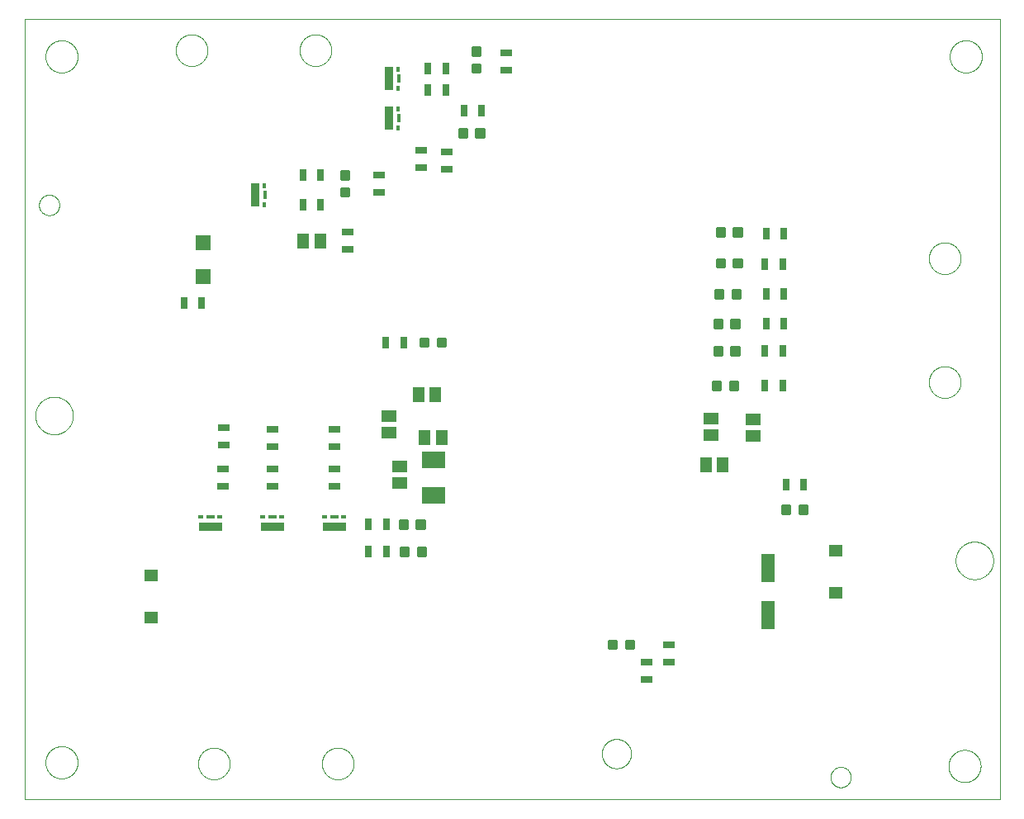
<source format=gtp>
G75*
%MOIN*%
%OFA0B0*%
%FSLAX25Y25*%
%IPPOS*%
%LPD*%
%AMOC8*
5,1,8,0,0,1.08239X$1,22.5*
%
%ADD10C,0.00000*%
%ADD11R,0.05906X0.05118*%
%ADD12R,0.05118X0.05906*%
%ADD13R,0.05512X0.11811*%
%ADD14R,0.05787X0.05000*%
%ADD15C,0.01181*%
%ADD16R,0.05906X0.05906*%
%ADD17R,0.04724X0.03150*%
%ADD18R,0.03150X0.04724*%
%ADD19R,0.03740X0.09449*%
%ADD20R,0.01772X0.03425*%
%ADD21R,0.01378X0.01969*%
%ADD22R,0.09449X0.03740*%
%ADD23R,0.03425X0.01772*%
%ADD24R,0.01969X0.01378*%
%ADD25R,0.09449X0.06693*%
D10*
X0096800Y0066800D02*
X0096800Y0381761D01*
X0490501Y0381761D01*
X0490501Y0066800D01*
X0096800Y0066800D01*
X0105300Y0081800D02*
X0105302Y0081961D01*
X0105308Y0082121D01*
X0105318Y0082282D01*
X0105332Y0082442D01*
X0105350Y0082602D01*
X0105371Y0082761D01*
X0105397Y0082920D01*
X0105427Y0083078D01*
X0105460Y0083235D01*
X0105498Y0083392D01*
X0105539Y0083547D01*
X0105584Y0083701D01*
X0105633Y0083854D01*
X0105686Y0084006D01*
X0105742Y0084157D01*
X0105803Y0084306D01*
X0105866Y0084454D01*
X0105934Y0084600D01*
X0106005Y0084744D01*
X0106079Y0084886D01*
X0106157Y0085027D01*
X0106239Y0085165D01*
X0106324Y0085302D01*
X0106412Y0085436D01*
X0106504Y0085568D01*
X0106599Y0085698D01*
X0106697Y0085826D01*
X0106798Y0085951D01*
X0106902Y0086073D01*
X0107009Y0086193D01*
X0107119Y0086310D01*
X0107232Y0086425D01*
X0107348Y0086536D01*
X0107467Y0086645D01*
X0107588Y0086750D01*
X0107712Y0086853D01*
X0107838Y0086953D01*
X0107966Y0087049D01*
X0108097Y0087142D01*
X0108231Y0087232D01*
X0108366Y0087319D01*
X0108504Y0087402D01*
X0108643Y0087482D01*
X0108785Y0087558D01*
X0108928Y0087631D01*
X0109073Y0087700D01*
X0109220Y0087766D01*
X0109368Y0087828D01*
X0109518Y0087886D01*
X0109669Y0087941D01*
X0109822Y0087992D01*
X0109976Y0088039D01*
X0110131Y0088082D01*
X0110287Y0088121D01*
X0110443Y0088157D01*
X0110601Y0088188D01*
X0110759Y0088216D01*
X0110918Y0088240D01*
X0111078Y0088260D01*
X0111238Y0088276D01*
X0111398Y0088288D01*
X0111559Y0088296D01*
X0111720Y0088300D01*
X0111880Y0088300D01*
X0112041Y0088296D01*
X0112202Y0088288D01*
X0112362Y0088276D01*
X0112522Y0088260D01*
X0112682Y0088240D01*
X0112841Y0088216D01*
X0112999Y0088188D01*
X0113157Y0088157D01*
X0113313Y0088121D01*
X0113469Y0088082D01*
X0113624Y0088039D01*
X0113778Y0087992D01*
X0113931Y0087941D01*
X0114082Y0087886D01*
X0114232Y0087828D01*
X0114380Y0087766D01*
X0114527Y0087700D01*
X0114672Y0087631D01*
X0114815Y0087558D01*
X0114957Y0087482D01*
X0115096Y0087402D01*
X0115234Y0087319D01*
X0115369Y0087232D01*
X0115503Y0087142D01*
X0115634Y0087049D01*
X0115762Y0086953D01*
X0115888Y0086853D01*
X0116012Y0086750D01*
X0116133Y0086645D01*
X0116252Y0086536D01*
X0116368Y0086425D01*
X0116481Y0086310D01*
X0116591Y0086193D01*
X0116698Y0086073D01*
X0116802Y0085951D01*
X0116903Y0085826D01*
X0117001Y0085698D01*
X0117096Y0085568D01*
X0117188Y0085436D01*
X0117276Y0085302D01*
X0117361Y0085165D01*
X0117443Y0085027D01*
X0117521Y0084886D01*
X0117595Y0084744D01*
X0117666Y0084600D01*
X0117734Y0084454D01*
X0117797Y0084306D01*
X0117858Y0084157D01*
X0117914Y0084006D01*
X0117967Y0083854D01*
X0118016Y0083701D01*
X0118061Y0083547D01*
X0118102Y0083392D01*
X0118140Y0083235D01*
X0118173Y0083078D01*
X0118203Y0082920D01*
X0118229Y0082761D01*
X0118250Y0082602D01*
X0118268Y0082442D01*
X0118282Y0082282D01*
X0118292Y0082121D01*
X0118298Y0081961D01*
X0118300Y0081800D01*
X0118298Y0081639D01*
X0118292Y0081479D01*
X0118282Y0081318D01*
X0118268Y0081158D01*
X0118250Y0080998D01*
X0118229Y0080839D01*
X0118203Y0080680D01*
X0118173Y0080522D01*
X0118140Y0080365D01*
X0118102Y0080208D01*
X0118061Y0080053D01*
X0118016Y0079899D01*
X0117967Y0079746D01*
X0117914Y0079594D01*
X0117858Y0079443D01*
X0117797Y0079294D01*
X0117734Y0079146D01*
X0117666Y0079000D01*
X0117595Y0078856D01*
X0117521Y0078714D01*
X0117443Y0078573D01*
X0117361Y0078435D01*
X0117276Y0078298D01*
X0117188Y0078164D01*
X0117096Y0078032D01*
X0117001Y0077902D01*
X0116903Y0077774D01*
X0116802Y0077649D01*
X0116698Y0077527D01*
X0116591Y0077407D01*
X0116481Y0077290D01*
X0116368Y0077175D01*
X0116252Y0077064D01*
X0116133Y0076955D01*
X0116012Y0076850D01*
X0115888Y0076747D01*
X0115762Y0076647D01*
X0115634Y0076551D01*
X0115503Y0076458D01*
X0115369Y0076368D01*
X0115234Y0076281D01*
X0115096Y0076198D01*
X0114957Y0076118D01*
X0114815Y0076042D01*
X0114672Y0075969D01*
X0114527Y0075900D01*
X0114380Y0075834D01*
X0114232Y0075772D01*
X0114082Y0075714D01*
X0113931Y0075659D01*
X0113778Y0075608D01*
X0113624Y0075561D01*
X0113469Y0075518D01*
X0113313Y0075479D01*
X0113157Y0075443D01*
X0112999Y0075412D01*
X0112841Y0075384D01*
X0112682Y0075360D01*
X0112522Y0075340D01*
X0112362Y0075324D01*
X0112202Y0075312D01*
X0112041Y0075304D01*
X0111880Y0075300D01*
X0111720Y0075300D01*
X0111559Y0075304D01*
X0111398Y0075312D01*
X0111238Y0075324D01*
X0111078Y0075340D01*
X0110918Y0075360D01*
X0110759Y0075384D01*
X0110601Y0075412D01*
X0110443Y0075443D01*
X0110287Y0075479D01*
X0110131Y0075518D01*
X0109976Y0075561D01*
X0109822Y0075608D01*
X0109669Y0075659D01*
X0109518Y0075714D01*
X0109368Y0075772D01*
X0109220Y0075834D01*
X0109073Y0075900D01*
X0108928Y0075969D01*
X0108785Y0076042D01*
X0108643Y0076118D01*
X0108504Y0076198D01*
X0108366Y0076281D01*
X0108231Y0076368D01*
X0108097Y0076458D01*
X0107966Y0076551D01*
X0107838Y0076647D01*
X0107712Y0076747D01*
X0107588Y0076850D01*
X0107467Y0076955D01*
X0107348Y0077064D01*
X0107232Y0077175D01*
X0107119Y0077290D01*
X0107009Y0077407D01*
X0106902Y0077527D01*
X0106798Y0077649D01*
X0106697Y0077774D01*
X0106599Y0077902D01*
X0106504Y0078032D01*
X0106412Y0078164D01*
X0106324Y0078298D01*
X0106239Y0078435D01*
X0106157Y0078573D01*
X0106079Y0078714D01*
X0106005Y0078856D01*
X0105934Y0079000D01*
X0105866Y0079146D01*
X0105803Y0079294D01*
X0105742Y0079443D01*
X0105686Y0079594D01*
X0105633Y0079746D01*
X0105584Y0079899D01*
X0105539Y0080053D01*
X0105498Y0080208D01*
X0105460Y0080365D01*
X0105427Y0080522D01*
X0105397Y0080680D01*
X0105371Y0080839D01*
X0105350Y0080998D01*
X0105332Y0081158D01*
X0105318Y0081318D01*
X0105308Y0081479D01*
X0105302Y0081639D01*
X0105300Y0081800D01*
X0166902Y0081300D02*
X0166904Y0081460D01*
X0166910Y0081619D01*
X0166920Y0081778D01*
X0166934Y0081937D01*
X0166952Y0082096D01*
X0166973Y0082254D01*
X0166999Y0082411D01*
X0167029Y0082568D01*
X0167062Y0082724D01*
X0167100Y0082879D01*
X0167141Y0083033D01*
X0167186Y0083186D01*
X0167235Y0083338D01*
X0167288Y0083488D01*
X0167344Y0083637D01*
X0167404Y0083785D01*
X0167468Y0083931D01*
X0167536Y0084076D01*
X0167607Y0084219D01*
X0167681Y0084360D01*
X0167759Y0084499D01*
X0167841Y0084636D01*
X0167926Y0084771D01*
X0168014Y0084904D01*
X0168105Y0085035D01*
X0168200Y0085163D01*
X0168298Y0085289D01*
X0168399Y0085413D01*
X0168503Y0085533D01*
X0168610Y0085652D01*
X0168720Y0085767D01*
X0168833Y0085880D01*
X0168948Y0085990D01*
X0169067Y0086097D01*
X0169187Y0086201D01*
X0169311Y0086302D01*
X0169437Y0086400D01*
X0169565Y0086495D01*
X0169696Y0086586D01*
X0169829Y0086674D01*
X0169964Y0086759D01*
X0170101Y0086841D01*
X0170240Y0086919D01*
X0170381Y0086993D01*
X0170524Y0087064D01*
X0170669Y0087132D01*
X0170815Y0087196D01*
X0170963Y0087256D01*
X0171112Y0087312D01*
X0171262Y0087365D01*
X0171414Y0087414D01*
X0171567Y0087459D01*
X0171721Y0087500D01*
X0171876Y0087538D01*
X0172032Y0087571D01*
X0172189Y0087601D01*
X0172346Y0087627D01*
X0172504Y0087648D01*
X0172663Y0087666D01*
X0172822Y0087680D01*
X0172981Y0087690D01*
X0173140Y0087696D01*
X0173300Y0087698D01*
X0173460Y0087696D01*
X0173619Y0087690D01*
X0173778Y0087680D01*
X0173937Y0087666D01*
X0174096Y0087648D01*
X0174254Y0087627D01*
X0174411Y0087601D01*
X0174568Y0087571D01*
X0174724Y0087538D01*
X0174879Y0087500D01*
X0175033Y0087459D01*
X0175186Y0087414D01*
X0175338Y0087365D01*
X0175488Y0087312D01*
X0175637Y0087256D01*
X0175785Y0087196D01*
X0175931Y0087132D01*
X0176076Y0087064D01*
X0176219Y0086993D01*
X0176360Y0086919D01*
X0176499Y0086841D01*
X0176636Y0086759D01*
X0176771Y0086674D01*
X0176904Y0086586D01*
X0177035Y0086495D01*
X0177163Y0086400D01*
X0177289Y0086302D01*
X0177413Y0086201D01*
X0177533Y0086097D01*
X0177652Y0085990D01*
X0177767Y0085880D01*
X0177880Y0085767D01*
X0177990Y0085652D01*
X0178097Y0085533D01*
X0178201Y0085413D01*
X0178302Y0085289D01*
X0178400Y0085163D01*
X0178495Y0085035D01*
X0178586Y0084904D01*
X0178674Y0084771D01*
X0178759Y0084636D01*
X0178841Y0084499D01*
X0178919Y0084360D01*
X0178993Y0084219D01*
X0179064Y0084076D01*
X0179132Y0083931D01*
X0179196Y0083785D01*
X0179256Y0083637D01*
X0179312Y0083488D01*
X0179365Y0083338D01*
X0179414Y0083186D01*
X0179459Y0083033D01*
X0179500Y0082879D01*
X0179538Y0082724D01*
X0179571Y0082568D01*
X0179601Y0082411D01*
X0179627Y0082254D01*
X0179648Y0082096D01*
X0179666Y0081937D01*
X0179680Y0081778D01*
X0179690Y0081619D01*
X0179696Y0081460D01*
X0179698Y0081300D01*
X0179696Y0081140D01*
X0179690Y0080981D01*
X0179680Y0080822D01*
X0179666Y0080663D01*
X0179648Y0080504D01*
X0179627Y0080346D01*
X0179601Y0080189D01*
X0179571Y0080032D01*
X0179538Y0079876D01*
X0179500Y0079721D01*
X0179459Y0079567D01*
X0179414Y0079414D01*
X0179365Y0079262D01*
X0179312Y0079112D01*
X0179256Y0078963D01*
X0179196Y0078815D01*
X0179132Y0078669D01*
X0179064Y0078524D01*
X0178993Y0078381D01*
X0178919Y0078240D01*
X0178841Y0078101D01*
X0178759Y0077964D01*
X0178674Y0077829D01*
X0178586Y0077696D01*
X0178495Y0077565D01*
X0178400Y0077437D01*
X0178302Y0077311D01*
X0178201Y0077187D01*
X0178097Y0077067D01*
X0177990Y0076948D01*
X0177880Y0076833D01*
X0177767Y0076720D01*
X0177652Y0076610D01*
X0177533Y0076503D01*
X0177413Y0076399D01*
X0177289Y0076298D01*
X0177163Y0076200D01*
X0177035Y0076105D01*
X0176904Y0076014D01*
X0176771Y0075926D01*
X0176636Y0075841D01*
X0176499Y0075759D01*
X0176360Y0075681D01*
X0176219Y0075607D01*
X0176076Y0075536D01*
X0175931Y0075468D01*
X0175785Y0075404D01*
X0175637Y0075344D01*
X0175488Y0075288D01*
X0175338Y0075235D01*
X0175186Y0075186D01*
X0175033Y0075141D01*
X0174879Y0075100D01*
X0174724Y0075062D01*
X0174568Y0075029D01*
X0174411Y0074999D01*
X0174254Y0074973D01*
X0174096Y0074952D01*
X0173937Y0074934D01*
X0173778Y0074920D01*
X0173619Y0074910D01*
X0173460Y0074904D01*
X0173300Y0074902D01*
X0173140Y0074904D01*
X0172981Y0074910D01*
X0172822Y0074920D01*
X0172663Y0074934D01*
X0172504Y0074952D01*
X0172346Y0074973D01*
X0172189Y0074999D01*
X0172032Y0075029D01*
X0171876Y0075062D01*
X0171721Y0075100D01*
X0171567Y0075141D01*
X0171414Y0075186D01*
X0171262Y0075235D01*
X0171112Y0075288D01*
X0170963Y0075344D01*
X0170815Y0075404D01*
X0170669Y0075468D01*
X0170524Y0075536D01*
X0170381Y0075607D01*
X0170240Y0075681D01*
X0170101Y0075759D01*
X0169964Y0075841D01*
X0169829Y0075926D01*
X0169696Y0076014D01*
X0169565Y0076105D01*
X0169437Y0076200D01*
X0169311Y0076298D01*
X0169187Y0076399D01*
X0169067Y0076503D01*
X0168948Y0076610D01*
X0168833Y0076720D01*
X0168720Y0076833D01*
X0168610Y0076948D01*
X0168503Y0077067D01*
X0168399Y0077187D01*
X0168298Y0077311D01*
X0168200Y0077437D01*
X0168105Y0077565D01*
X0168014Y0077696D01*
X0167926Y0077829D01*
X0167841Y0077964D01*
X0167759Y0078101D01*
X0167681Y0078240D01*
X0167607Y0078381D01*
X0167536Y0078524D01*
X0167468Y0078669D01*
X0167404Y0078815D01*
X0167344Y0078963D01*
X0167288Y0079112D01*
X0167235Y0079262D01*
X0167186Y0079414D01*
X0167141Y0079567D01*
X0167100Y0079721D01*
X0167062Y0079876D01*
X0167029Y0080032D01*
X0166999Y0080189D01*
X0166973Y0080346D01*
X0166952Y0080504D01*
X0166934Y0080663D01*
X0166920Y0080822D01*
X0166910Y0080981D01*
X0166904Y0081140D01*
X0166902Y0081300D01*
X0216902Y0081300D02*
X0216904Y0081460D01*
X0216910Y0081619D01*
X0216920Y0081778D01*
X0216934Y0081937D01*
X0216952Y0082096D01*
X0216973Y0082254D01*
X0216999Y0082411D01*
X0217029Y0082568D01*
X0217062Y0082724D01*
X0217100Y0082879D01*
X0217141Y0083033D01*
X0217186Y0083186D01*
X0217235Y0083338D01*
X0217288Y0083488D01*
X0217344Y0083637D01*
X0217404Y0083785D01*
X0217468Y0083931D01*
X0217536Y0084076D01*
X0217607Y0084219D01*
X0217681Y0084360D01*
X0217759Y0084499D01*
X0217841Y0084636D01*
X0217926Y0084771D01*
X0218014Y0084904D01*
X0218105Y0085035D01*
X0218200Y0085163D01*
X0218298Y0085289D01*
X0218399Y0085413D01*
X0218503Y0085533D01*
X0218610Y0085652D01*
X0218720Y0085767D01*
X0218833Y0085880D01*
X0218948Y0085990D01*
X0219067Y0086097D01*
X0219187Y0086201D01*
X0219311Y0086302D01*
X0219437Y0086400D01*
X0219565Y0086495D01*
X0219696Y0086586D01*
X0219829Y0086674D01*
X0219964Y0086759D01*
X0220101Y0086841D01*
X0220240Y0086919D01*
X0220381Y0086993D01*
X0220524Y0087064D01*
X0220669Y0087132D01*
X0220815Y0087196D01*
X0220963Y0087256D01*
X0221112Y0087312D01*
X0221262Y0087365D01*
X0221414Y0087414D01*
X0221567Y0087459D01*
X0221721Y0087500D01*
X0221876Y0087538D01*
X0222032Y0087571D01*
X0222189Y0087601D01*
X0222346Y0087627D01*
X0222504Y0087648D01*
X0222663Y0087666D01*
X0222822Y0087680D01*
X0222981Y0087690D01*
X0223140Y0087696D01*
X0223300Y0087698D01*
X0223460Y0087696D01*
X0223619Y0087690D01*
X0223778Y0087680D01*
X0223937Y0087666D01*
X0224096Y0087648D01*
X0224254Y0087627D01*
X0224411Y0087601D01*
X0224568Y0087571D01*
X0224724Y0087538D01*
X0224879Y0087500D01*
X0225033Y0087459D01*
X0225186Y0087414D01*
X0225338Y0087365D01*
X0225488Y0087312D01*
X0225637Y0087256D01*
X0225785Y0087196D01*
X0225931Y0087132D01*
X0226076Y0087064D01*
X0226219Y0086993D01*
X0226360Y0086919D01*
X0226499Y0086841D01*
X0226636Y0086759D01*
X0226771Y0086674D01*
X0226904Y0086586D01*
X0227035Y0086495D01*
X0227163Y0086400D01*
X0227289Y0086302D01*
X0227413Y0086201D01*
X0227533Y0086097D01*
X0227652Y0085990D01*
X0227767Y0085880D01*
X0227880Y0085767D01*
X0227990Y0085652D01*
X0228097Y0085533D01*
X0228201Y0085413D01*
X0228302Y0085289D01*
X0228400Y0085163D01*
X0228495Y0085035D01*
X0228586Y0084904D01*
X0228674Y0084771D01*
X0228759Y0084636D01*
X0228841Y0084499D01*
X0228919Y0084360D01*
X0228993Y0084219D01*
X0229064Y0084076D01*
X0229132Y0083931D01*
X0229196Y0083785D01*
X0229256Y0083637D01*
X0229312Y0083488D01*
X0229365Y0083338D01*
X0229414Y0083186D01*
X0229459Y0083033D01*
X0229500Y0082879D01*
X0229538Y0082724D01*
X0229571Y0082568D01*
X0229601Y0082411D01*
X0229627Y0082254D01*
X0229648Y0082096D01*
X0229666Y0081937D01*
X0229680Y0081778D01*
X0229690Y0081619D01*
X0229696Y0081460D01*
X0229698Y0081300D01*
X0229696Y0081140D01*
X0229690Y0080981D01*
X0229680Y0080822D01*
X0229666Y0080663D01*
X0229648Y0080504D01*
X0229627Y0080346D01*
X0229601Y0080189D01*
X0229571Y0080032D01*
X0229538Y0079876D01*
X0229500Y0079721D01*
X0229459Y0079567D01*
X0229414Y0079414D01*
X0229365Y0079262D01*
X0229312Y0079112D01*
X0229256Y0078963D01*
X0229196Y0078815D01*
X0229132Y0078669D01*
X0229064Y0078524D01*
X0228993Y0078381D01*
X0228919Y0078240D01*
X0228841Y0078101D01*
X0228759Y0077964D01*
X0228674Y0077829D01*
X0228586Y0077696D01*
X0228495Y0077565D01*
X0228400Y0077437D01*
X0228302Y0077311D01*
X0228201Y0077187D01*
X0228097Y0077067D01*
X0227990Y0076948D01*
X0227880Y0076833D01*
X0227767Y0076720D01*
X0227652Y0076610D01*
X0227533Y0076503D01*
X0227413Y0076399D01*
X0227289Y0076298D01*
X0227163Y0076200D01*
X0227035Y0076105D01*
X0226904Y0076014D01*
X0226771Y0075926D01*
X0226636Y0075841D01*
X0226499Y0075759D01*
X0226360Y0075681D01*
X0226219Y0075607D01*
X0226076Y0075536D01*
X0225931Y0075468D01*
X0225785Y0075404D01*
X0225637Y0075344D01*
X0225488Y0075288D01*
X0225338Y0075235D01*
X0225186Y0075186D01*
X0225033Y0075141D01*
X0224879Y0075100D01*
X0224724Y0075062D01*
X0224568Y0075029D01*
X0224411Y0074999D01*
X0224254Y0074973D01*
X0224096Y0074952D01*
X0223937Y0074934D01*
X0223778Y0074920D01*
X0223619Y0074910D01*
X0223460Y0074904D01*
X0223300Y0074902D01*
X0223140Y0074904D01*
X0222981Y0074910D01*
X0222822Y0074920D01*
X0222663Y0074934D01*
X0222504Y0074952D01*
X0222346Y0074973D01*
X0222189Y0074999D01*
X0222032Y0075029D01*
X0221876Y0075062D01*
X0221721Y0075100D01*
X0221567Y0075141D01*
X0221414Y0075186D01*
X0221262Y0075235D01*
X0221112Y0075288D01*
X0220963Y0075344D01*
X0220815Y0075404D01*
X0220669Y0075468D01*
X0220524Y0075536D01*
X0220381Y0075607D01*
X0220240Y0075681D01*
X0220101Y0075759D01*
X0219964Y0075841D01*
X0219829Y0075926D01*
X0219696Y0076014D01*
X0219565Y0076105D01*
X0219437Y0076200D01*
X0219311Y0076298D01*
X0219187Y0076399D01*
X0219067Y0076503D01*
X0218948Y0076610D01*
X0218833Y0076720D01*
X0218720Y0076833D01*
X0218610Y0076948D01*
X0218503Y0077067D01*
X0218399Y0077187D01*
X0218298Y0077311D01*
X0218200Y0077437D01*
X0218105Y0077565D01*
X0218014Y0077696D01*
X0217926Y0077829D01*
X0217841Y0077964D01*
X0217759Y0078101D01*
X0217681Y0078240D01*
X0217607Y0078381D01*
X0217536Y0078524D01*
X0217468Y0078669D01*
X0217404Y0078815D01*
X0217344Y0078963D01*
X0217288Y0079112D01*
X0217235Y0079262D01*
X0217186Y0079414D01*
X0217141Y0079567D01*
X0217100Y0079721D01*
X0217062Y0079876D01*
X0217029Y0080032D01*
X0216999Y0080189D01*
X0216973Y0080346D01*
X0216952Y0080504D01*
X0216934Y0080663D01*
X0216920Y0080822D01*
X0216910Y0080981D01*
X0216904Y0081140D01*
X0216902Y0081300D01*
X0329894Y0085300D02*
X0329896Y0085453D01*
X0329902Y0085607D01*
X0329912Y0085760D01*
X0329926Y0085912D01*
X0329944Y0086065D01*
X0329966Y0086216D01*
X0329991Y0086367D01*
X0330021Y0086518D01*
X0330055Y0086668D01*
X0330092Y0086816D01*
X0330133Y0086964D01*
X0330178Y0087110D01*
X0330227Y0087256D01*
X0330280Y0087400D01*
X0330336Y0087542D01*
X0330396Y0087683D01*
X0330460Y0087823D01*
X0330527Y0087961D01*
X0330598Y0088097D01*
X0330673Y0088231D01*
X0330750Y0088363D01*
X0330832Y0088493D01*
X0330916Y0088621D01*
X0331004Y0088747D01*
X0331095Y0088870D01*
X0331189Y0088991D01*
X0331287Y0089109D01*
X0331387Y0089225D01*
X0331491Y0089338D01*
X0331597Y0089449D01*
X0331706Y0089557D01*
X0331818Y0089662D01*
X0331932Y0089763D01*
X0332050Y0089862D01*
X0332169Y0089958D01*
X0332291Y0090051D01*
X0332416Y0090140D01*
X0332543Y0090227D01*
X0332672Y0090309D01*
X0332803Y0090389D01*
X0332936Y0090465D01*
X0333071Y0090538D01*
X0333208Y0090607D01*
X0333347Y0090672D01*
X0333487Y0090734D01*
X0333629Y0090792D01*
X0333772Y0090847D01*
X0333917Y0090898D01*
X0334063Y0090945D01*
X0334210Y0090988D01*
X0334358Y0091027D01*
X0334507Y0091063D01*
X0334657Y0091094D01*
X0334808Y0091122D01*
X0334959Y0091146D01*
X0335112Y0091166D01*
X0335264Y0091182D01*
X0335417Y0091194D01*
X0335570Y0091202D01*
X0335723Y0091206D01*
X0335877Y0091206D01*
X0336030Y0091202D01*
X0336183Y0091194D01*
X0336336Y0091182D01*
X0336488Y0091166D01*
X0336641Y0091146D01*
X0336792Y0091122D01*
X0336943Y0091094D01*
X0337093Y0091063D01*
X0337242Y0091027D01*
X0337390Y0090988D01*
X0337537Y0090945D01*
X0337683Y0090898D01*
X0337828Y0090847D01*
X0337971Y0090792D01*
X0338113Y0090734D01*
X0338253Y0090672D01*
X0338392Y0090607D01*
X0338529Y0090538D01*
X0338664Y0090465D01*
X0338797Y0090389D01*
X0338928Y0090309D01*
X0339057Y0090227D01*
X0339184Y0090140D01*
X0339309Y0090051D01*
X0339431Y0089958D01*
X0339550Y0089862D01*
X0339668Y0089763D01*
X0339782Y0089662D01*
X0339894Y0089557D01*
X0340003Y0089449D01*
X0340109Y0089338D01*
X0340213Y0089225D01*
X0340313Y0089109D01*
X0340411Y0088991D01*
X0340505Y0088870D01*
X0340596Y0088747D01*
X0340684Y0088621D01*
X0340768Y0088493D01*
X0340850Y0088363D01*
X0340927Y0088231D01*
X0341002Y0088097D01*
X0341073Y0087961D01*
X0341140Y0087823D01*
X0341204Y0087683D01*
X0341264Y0087542D01*
X0341320Y0087400D01*
X0341373Y0087256D01*
X0341422Y0087110D01*
X0341467Y0086964D01*
X0341508Y0086816D01*
X0341545Y0086668D01*
X0341579Y0086518D01*
X0341609Y0086367D01*
X0341634Y0086216D01*
X0341656Y0086065D01*
X0341674Y0085912D01*
X0341688Y0085760D01*
X0341698Y0085607D01*
X0341704Y0085453D01*
X0341706Y0085300D01*
X0341704Y0085147D01*
X0341698Y0084993D01*
X0341688Y0084840D01*
X0341674Y0084688D01*
X0341656Y0084535D01*
X0341634Y0084384D01*
X0341609Y0084233D01*
X0341579Y0084082D01*
X0341545Y0083932D01*
X0341508Y0083784D01*
X0341467Y0083636D01*
X0341422Y0083490D01*
X0341373Y0083344D01*
X0341320Y0083200D01*
X0341264Y0083058D01*
X0341204Y0082917D01*
X0341140Y0082777D01*
X0341073Y0082639D01*
X0341002Y0082503D01*
X0340927Y0082369D01*
X0340850Y0082237D01*
X0340768Y0082107D01*
X0340684Y0081979D01*
X0340596Y0081853D01*
X0340505Y0081730D01*
X0340411Y0081609D01*
X0340313Y0081491D01*
X0340213Y0081375D01*
X0340109Y0081262D01*
X0340003Y0081151D01*
X0339894Y0081043D01*
X0339782Y0080938D01*
X0339668Y0080837D01*
X0339550Y0080738D01*
X0339431Y0080642D01*
X0339309Y0080549D01*
X0339184Y0080460D01*
X0339057Y0080373D01*
X0338928Y0080291D01*
X0338797Y0080211D01*
X0338664Y0080135D01*
X0338529Y0080062D01*
X0338392Y0079993D01*
X0338253Y0079928D01*
X0338113Y0079866D01*
X0337971Y0079808D01*
X0337828Y0079753D01*
X0337683Y0079702D01*
X0337537Y0079655D01*
X0337390Y0079612D01*
X0337242Y0079573D01*
X0337093Y0079537D01*
X0336943Y0079506D01*
X0336792Y0079478D01*
X0336641Y0079454D01*
X0336488Y0079434D01*
X0336336Y0079418D01*
X0336183Y0079406D01*
X0336030Y0079398D01*
X0335877Y0079394D01*
X0335723Y0079394D01*
X0335570Y0079398D01*
X0335417Y0079406D01*
X0335264Y0079418D01*
X0335112Y0079434D01*
X0334959Y0079454D01*
X0334808Y0079478D01*
X0334657Y0079506D01*
X0334507Y0079537D01*
X0334358Y0079573D01*
X0334210Y0079612D01*
X0334063Y0079655D01*
X0333917Y0079702D01*
X0333772Y0079753D01*
X0333629Y0079808D01*
X0333487Y0079866D01*
X0333347Y0079928D01*
X0333208Y0079993D01*
X0333071Y0080062D01*
X0332936Y0080135D01*
X0332803Y0080211D01*
X0332672Y0080291D01*
X0332543Y0080373D01*
X0332416Y0080460D01*
X0332291Y0080549D01*
X0332169Y0080642D01*
X0332050Y0080738D01*
X0331932Y0080837D01*
X0331818Y0080938D01*
X0331706Y0081043D01*
X0331597Y0081151D01*
X0331491Y0081262D01*
X0331387Y0081375D01*
X0331287Y0081491D01*
X0331189Y0081609D01*
X0331095Y0081730D01*
X0331004Y0081853D01*
X0330916Y0081979D01*
X0330832Y0082107D01*
X0330750Y0082237D01*
X0330673Y0082369D01*
X0330598Y0082503D01*
X0330527Y0082639D01*
X0330460Y0082777D01*
X0330396Y0082917D01*
X0330336Y0083058D01*
X0330280Y0083200D01*
X0330227Y0083344D01*
X0330178Y0083490D01*
X0330133Y0083636D01*
X0330092Y0083784D01*
X0330055Y0083932D01*
X0330021Y0084082D01*
X0329991Y0084233D01*
X0329966Y0084384D01*
X0329944Y0084535D01*
X0329926Y0084688D01*
X0329912Y0084840D01*
X0329902Y0084993D01*
X0329896Y0085147D01*
X0329894Y0085300D01*
X0422200Y0075800D02*
X0422202Y0075928D01*
X0422208Y0076055D01*
X0422218Y0076182D01*
X0422232Y0076309D01*
X0422249Y0076435D01*
X0422271Y0076561D01*
X0422297Y0076686D01*
X0422326Y0076810D01*
X0422360Y0076933D01*
X0422397Y0077055D01*
X0422438Y0077176D01*
X0422482Y0077295D01*
X0422531Y0077413D01*
X0422583Y0077530D01*
X0422638Y0077644D01*
X0422697Y0077757D01*
X0422760Y0077868D01*
X0422826Y0077977D01*
X0422895Y0078084D01*
X0422968Y0078189D01*
X0423044Y0078292D01*
X0423123Y0078392D01*
X0423205Y0078489D01*
X0423290Y0078584D01*
X0423378Y0078677D01*
X0423469Y0078766D01*
X0423563Y0078853D01*
X0423659Y0078936D01*
X0423758Y0079017D01*
X0423859Y0079094D01*
X0423963Y0079169D01*
X0424069Y0079240D01*
X0424177Y0079307D01*
X0424287Y0079372D01*
X0424399Y0079433D01*
X0424513Y0079490D01*
X0424628Y0079544D01*
X0424746Y0079594D01*
X0424864Y0079640D01*
X0424985Y0079683D01*
X0425106Y0079722D01*
X0425229Y0079758D01*
X0425352Y0079789D01*
X0425477Y0079816D01*
X0425602Y0079840D01*
X0425728Y0079860D01*
X0425855Y0079876D01*
X0425981Y0079888D01*
X0426109Y0079896D01*
X0426236Y0079900D01*
X0426364Y0079900D01*
X0426491Y0079896D01*
X0426619Y0079888D01*
X0426745Y0079876D01*
X0426872Y0079860D01*
X0426998Y0079840D01*
X0427123Y0079816D01*
X0427248Y0079789D01*
X0427371Y0079758D01*
X0427494Y0079722D01*
X0427615Y0079683D01*
X0427736Y0079640D01*
X0427854Y0079594D01*
X0427972Y0079544D01*
X0428087Y0079490D01*
X0428201Y0079433D01*
X0428313Y0079372D01*
X0428423Y0079307D01*
X0428531Y0079240D01*
X0428637Y0079169D01*
X0428741Y0079094D01*
X0428842Y0079017D01*
X0428941Y0078936D01*
X0429037Y0078853D01*
X0429131Y0078766D01*
X0429222Y0078677D01*
X0429310Y0078584D01*
X0429395Y0078489D01*
X0429477Y0078392D01*
X0429556Y0078292D01*
X0429632Y0078189D01*
X0429705Y0078084D01*
X0429774Y0077977D01*
X0429840Y0077868D01*
X0429903Y0077757D01*
X0429962Y0077644D01*
X0430017Y0077530D01*
X0430069Y0077413D01*
X0430118Y0077295D01*
X0430162Y0077176D01*
X0430203Y0077055D01*
X0430240Y0076933D01*
X0430274Y0076810D01*
X0430303Y0076686D01*
X0430329Y0076561D01*
X0430351Y0076435D01*
X0430368Y0076309D01*
X0430382Y0076182D01*
X0430392Y0076055D01*
X0430398Y0075928D01*
X0430400Y0075800D01*
X0430398Y0075672D01*
X0430392Y0075545D01*
X0430382Y0075418D01*
X0430368Y0075291D01*
X0430351Y0075165D01*
X0430329Y0075039D01*
X0430303Y0074914D01*
X0430274Y0074790D01*
X0430240Y0074667D01*
X0430203Y0074545D01*
X0430162Y0074424D01*
X0430118Y0074305D01*
X0430069Y0074187D01*
X0430017Y0074070D01*
X0429962Y0073956D01*
X0429903Y0073843D01*
X0429840Y0073732D01*
X0429774Y0073623D01*
X0429705Y0073516D01*
X0429632Y0073411D01*
X0429556Y0073308D01*
X0429477Y0073208D01*
X0429395Y0073111D01*
X0429310Y0073016D01*
X0429222Y0072923D01*
X0429131Y0072834D01*
X0429037Y0072747D01*
X0428941Y0072664D01*
X0428842Y0072583D01*
X0428741Y0072506D01*
X0428637Y0072431D01*
X0428531Y0072360D01*
X0428423Y0072293D01*
X0428313Y0072228D01*
X0428201Y0072167D01*
X0428087Y0072110D01*
X0427972Y0072056D01*
X0427854Y0072006D01*
X0427736Y0071960D01*
X0427615Y0071917D01*
X0427494Y0071878D01*
X0427371Y0071842D01*
X0427248Y0071811D01*
X0427123Y0071784D01*
X0426998Y0071760D01*
X0426872Y0071740D01*
X0426745Y0071724D01*
X0426619Y0071712D01*
X0426491Y0071704D01*
X0426364Y0071700D01*
X0426236Y0071700D01*
X0426109Y0071704D01*
X0425981Y0071712D01*
X0425855Y0071724D01*
X0425728Y0071740D01*
X0425602Y0071760D01*
X0425477Y0071784D01*
X0425352Y0071811D01*
X0425229Y0071842D01*
X0425106Y0071878D01*
X0424985Y0071917D01*
X0424864Y0071960D01*
X0424746Y0072006D01*
X0424628Y0072056D01*
X0424513Y0072110D01*
X0424399Y0072167D01*
X0424287Y0072228D01*
X0424177Y0072293D01*
X0424069Y0072360D01*
X0423963Y0072431D01*
X0423859Y0072506D01*
X0423758Y0072583D01*
X0423659Y0072664D01*
X0423563Y0072747D01*
X0423469Y0072834D01*
X0423378Y0072923D01*
X0423290Y0073016D01*
X0423205Y0073111D01*
X0423123Y0073208D01*
X0423044Y0073308D01*
X0422968Y0073411D01*
X0422895Y0073516D01*
X0422826Y0073623D01*
X0422760Y0073732D01*
X0422697Y0073843D01*
X0422638Y0073956D01*
X0422583Y0074070D01*
X0422531Y0074187D01*
X0422482Y0074305D01*
X0422438Y0074424D01*
X0422397Y0074545D01*
X0422360Y0074667D01*
X0422326Y0074790D01*
X0422297Y0074914D01*
X0422271Y0075039D01*
X0422249Y0075165D01*
X0422232Y0075291D01*
X0422218Y0075418D01*
X0422208Y0075545D01*
X0422202Y0075672D01*
X0422200Y0075800D01*
X0469800Y0080300D02*
X0469802Y0080461D01*
X0469808Y0080621D01*
X0469818Y0080782D01*
X0469832Y0080942D01*
X0469850Y0081102D01*
X0469871Y0081261D01*
X0469897Y0081420D01*
X0469927Y0081578D01*
X0469960Y0081735D01*
X0469998Y0081892D01*
X0470039Y0082047D01*
X0470084Y0082201D01*
X0470133Y0082354D01*
X0470186Y0082506D01*
X0470242Y0082657D01*
X0470303Y0082806D01*
X0470366Y0082954D01*
X0470434Y0083100D01*
X0470505Y0083244D01*
X0470579Y0083386D01*
X0470657Y0083527D01*
X0470739Y0083665D01*
X0470824Y0083802D01*
X0470912Y0083936D01*
X0471004Y0084068D01*
X0471099Y0084198D01*
X0471197Y0084326D01*
X0471298Y0084451D01*
X0471402Y0084573D01*
X0471509Y0084693D01*
X0471619Y0084810D01*
X0471732Y0084925D01*
X0471848Y0085036D01*
X0471967Y0085145D01*
X0472088Y0085250D01*
X0472212Y0085353D01*
X0472338Y0085453D01*
X0472466Y0085549D01*
X0472597Y0085642D01*
X0472731Y0085732D01*
X0472866Y0085819D01*
X0473004Y0085902D01*
X0473143Y0085982D01*
X0473285Y0086058D01*
X0473428Y0086131D01*
X0473573Y0086200D01*
X0473720Y0086266D01*
X0473868Y0086328D01*
X0474018Y0086386D01*
X0474169Y0086441D01*
X0474322Y0086492D01*
X0474476Y0086539D01*
X0474631Y0086582D01*
X0474787Y0086621D01*
X0474943Y0086657D01*
X0475101Y0086688D01*
X0475259Y0086716D01*
X0475418Y0086740D01*
X0475578Y0086760D01*
X0475738Y0086776D01*
X0475898Y0086788D01*
X0476059Y0086796D01*
X0476220Y0086800D01*
X0476380Y0086800D01*
X0476541Y0086796D01*
X0476702Y0086788D01*
X0476862Y0086776D01*
X0477022Y0086760D01*
X0477182Y0086740D01*
X0477341Y0086716D01*
X0477499Y0086688D01*
X0477657Y0086657D01*
X0477813Y0086621D01*
X0477969Y0086582D01*
X0478124Y0086539D01*
X0478278Y0086492D01*
X0478431Y0086441D01*
X0478582Y0086386D01*
X0478732Y0086328D01*
X0478880Y0086266D01*
X0479027Y0086200D01*
X0479172Y0086131D01*
X0479315Y0086058D01*
X0479457Y0085982D01*
X0479596Y0085902D01*
X0479734Y0085819D01*
X0479869Y0085732D01*
X0480003Y0085642D01*
X0480134Y0085549D01*
X0480262Y0085453D01*
X0480388Y0085353D01*
X0480512Y0085250D01*
X0480633Y0085145D01*
X0480752Y0085036D01*
X0480868Y0084925D01*
X0480981Y0084810D01*
X0481091Y0084693D01*
X0481198Y0084573D01*
X0481302Y0084451D01*
X0481403Y0084326D01*
X0481501Y0084198D01*
X0481596Y0084068D01*
X0481688Y0083936D01*
X0481776Y0083802D01*
X0481861Y0083665D01*
X0481943Y0083527D01*
X0482021Y0083386D01*
X0482095Y0083244D01*
X0482166Y0083100D01*
X0482234Y0082954D01*
X0482297Y0082806D01*
X0482358Y0082657D01*
X0482414Y0082506D01*
X0482467Y0082354D01*
X0482516Y0082201D01*
X0482561Y0082047D01*
X0482602Y0081892D01*
X0482640Y0081735D01*
X0482673Y0081578D01*
X0482703Y0081420D01*
X0482729Y0081261D01*
X0482750Y0081102D01*
X0482768Y0080942D01*
X0482782Y0080782D01*
X0482792Y0080621D01*
X0482798Y0080461D01*
X0482800Y0080300D01*
X0482798Y0080139D01*
X0482792Y0079979D01*
X0482782Y0079818D01*
X0482768Y0079658D01*
X0482750Y0079498D01*
X0482729Y0079339D01*
X0482703Y0079180D01*
X0482673Y0079022D01*
X0482640Y0078865D01*
X0482602Y0078708D01*
X0482561Y0078553D01*
X0482516Y0078399D01*
X0482467Y0078246D01*
X0482414Y0078094D01*
X0482358Y0077943D01*
X0482297Y0077794D01*
X0482234Y0077646D01*
X0482166Y0077500D01*
X0482095Y0077356D01*
X0482021Y0077214D01*
X0481943Y0077073D01*
X0481861Y0076935D01*
X0481776Y0076798D01*
X0481688Y0076664D01*
X0481596Y0076532D01*
X0481501Y0076402D01*
X0481403Y0076274D01*
X0481302Y0076149D01*
X0481198Y0076027D01*
X0481091Y0075907D01*
X0480981Y0075790D01*
X0480868Y0075675D01*
X0480752Y0075564D01*
X0480633Y0075455D01*
X0480512Y0075350D01*
X0480388Y0075247D01*
X0480262Y0075147D01*
X0480134Y0075051D01*
X0480003Y0074958D01*
X0479869Y0074868D01*
X0479734Y0074781D01*
X0479596Y0074698D01*
X0479457Y0074618D01*
X0479315Y0074542D01*
X0479172Y0074469D01*
X0479027Y0074400D01*
X0478880Y0074334D01*
X0478732Y0074272D01*
X0478582Y0074214D01*
X0478431Y0074159D01*
X0478278Y0074108D01*
X0478124Y0074061D01*
X0477969Y0074018D01*
X0477813Y0073979D01*
X0477657Y0073943D01*
X0477499Y0073912D01*
X0477341Y0073884D01*
X0477182Y0073860D01*
X0477022Y0073840D01*
X0476862Y0073824D01*
X0476702Y0073812D01*
X0476541Y0073804D01*
X0476380Y0073800D01*
X0476220Y0073800D01*
X0476059Y0073804D01*
X0475898Y0073812D01*
X0475738Y0073824D01*
X0475578Y0073840D01*
X0475418Y0073860D01*
X0475259Y0073884D01*
X0475101Y0073912D01*
X0474943Y0073943D01*
X0474787Y0073979D01*
X0474631Y0074018D01*
X0474476Y0074061D01*
X0474322Y0074108D01*
X0474169Y0074159D01*
X0474018Y0074214D01*
X0473868Y0074272D01*
X0473720Y0074334D01*
X0473573Y0074400D01*
X0473428Y0074469D01*
X0473285Y0074542D01*
X0473143Y0074618D01*
X0473004Y0074698D01*
X0472866Y0074781D01*
X0472731Y0074868D01*
X0472597Y0074958D01*
X0472466Y0075051D01*
X0472338Y0075147D01*
X0472212Y0075247D01*
X0472088Y0075350D01*
X0471967Y0075455D01*
X0471848Y0075564D01*
X0471732Y0075675D01*
X0471619Y0075790D01*
X0471509Y0075907D01*
X0471402Y0076027D01*
X0471298Y0076149D01*
X0471197Y0076274D01*
X0471099Y0076402D01*
X0471004Y0076532D01*
X0470912Y0076664D01*
X0470824Y0076798D01*
X0470739Y0076935D01*
X0470657Y0077073D01*
X0470579Y0077214D01*
X0470505Y0077356D01*
X0470434Y0077500D01*
X0470366Y0077646D01*
X0470303Y0077794D01*
X0470242Y0077943D01*
X0470186Y0078094D01*
X0470133Y0078246D01*
X0470084Y0078399D01*
X0470039Y0078553D01*
X0469998Y0078708D01*
X0469960Y0078865D01*
X0469927Y0079022D01*
X0469897Y0079180D01*
X0469871Y0079339D01*
X0469850Y0079498D01*
X0469832Y0079658D01*
X0469818Y0079818D01*
X0469808Y0079979D01*
X0469802Y0080139D01*
X0469800Y0080300D01*
X0472694Y0163300D02*
X0472696Y0163486D01*
X0472703Y0163673D01*
X0472715Y0163859D01*
X0472731Y0164045D01*
X0472751Y0164230D01*
X0472776Y0164415D01*
X0472806Y0164599D01*
X0472840Y0164782D01*
X0472879Y0164965D01*
X0472922Y0165146D01*
X0472969Y0165326D01*
X0473021Y0165506D01*
X0473077Y0165683D01*
X0473138Y0165860D01*
X0473203Y0166034D01*
X0473272Y0166208D01*
X0473346Y0166379D01*
X0473423Y0166549D01*
X0473505Y0166716D01*
X0473591Y0166882D01*
X0473681Y0167045D01*
X0473775Y0167206D01*
X0473873Y0167365D01*
X0473974Y0167521D01*
X0474080Y0167675D01*
X0474189Y0167826D01*
X0474302Y0167975D01*
X0474419Y0168120D01*
X0474539Y0168263D01*
X0474662Y0168403D01*
X0474789Y0168539D01*
X0474919Y0168673D01*
X0475053Y0168803D01*
X0475189Y0168930D01*
X0475329Y0169053D01*
X0475472Y0169173D01*
X0475617Y0169290D01*
X0475766Y0169403D01*
X0475917Y0169512D01*
X0476071Y0169618D01*
X0476227Y0169719D01*
X0476386Y0169817D01*
X0476547Y0169911D01*
X0476710Y0170001D01*
X0476876Y0170087D01*
X0477043Y0170169D01*
X0477213Y0170246D01*
X0477384Y0170320D01*
X0477558Y0170389D01*
X0477732Y0170454D01*
X0477909Y0170515D01*
X0478086Y0170571D01*
X0478266Y0170623D01*
X0478446Y0170670D01*
X0478627Y0170713D01*
X0478810Y0170752D01*
X0478993Y0170786D01*
X0479177Y0170816D01*
X0479362Y0170841D01*
X0479547Y0170861D01*
X0479733Y0170877D01*
X0479919Y0170889D01*
X0480106Y0170896D01*
X0480292Y0170898D01*
X0480478Y0170896D01*
X0480665Y0170889D01*
X0480851Y0170877D01*
X0481037Y0170861D01*
X0481222Y0170841D01*
X0481407Y0170816D01*
X0481591Y0170786D01*
X0481774Y0170752D01*
X0481957Y0170713D01*
X0482138Y0170670D01*
X0482318Y0170623D01*
X0482498Y0170571D01*
X0482675Y0170515D01*
X0482852Y0170454D01*
X0483026Y0170389D01*
X0483200Y0170320D01*
X0483371Y0170246D01*
X0483541Y0170169D01*
X0483708Y0170087D01*
X0483874Y0170001D01*
X0484037Y0169911D01*
X0484198Y0169817D01*
X0484357Y0169719D01*
X0484513Y0169618D01*
X0484667Y0169512D01*
X0484818Y0169403D01*
X0484967Y0169290D01*
X0485112Y0169173D01*
X0485255Y0169053D01*
X0485395Y0168930D01*
X0485531Y0168803D01*
X0485665Y0168673D01*
X0485795Y0168539D01*
X0485922Y0168403D01*
X0486045Y0168263D01*
X0486165Y0168120D01*
X0486282Y0167975D01*
X0486395Y0167826D01*
X0486504Y0167675D01*
X0486610Y0167521D01*
X0486711Y0167365D01*
X0486809Y0167206D01*
X0486903Y0167045D01*
X0486993Y0166882D01*
X0487079Y0166716D01*
X0487161Y0166549D01*
X0487238Y0166379D01*
X0487312Y0166208D01*
X0487381Y0166034D01*
X0487446Y0165860D01*
X0487507Y0165683D01*
X0487563Y0165506D01*
X0487615Y0165326D01*
X0487662Y0165146D01*
X0487705Y0164965D01*
X0487744Y0164782D01*
X0487778Y0164599D01*
X0487808Y0164415D01*
X0487833Y0164230D01*
X0487853Y0164045D01*
X0487869Y0163859D01*
X0487881Y0163673D01*
X0487888Y0163486D01*
X0487890Y0163300D01*
X0487888Y0163114D01*
X0487881Y0162927D01*
X0487869Y0162741D01*
X0487853Y0162555D01*
X0487833Y0162370D01*
X0487808Y0162185D01*
X0487778Y0162001D01*
X0487744Y0161818D01*
X0487705Y0161635D01*
X0487662Y0161454D01*
X0487615Y0161274D01*
X0487563Y0161094D01*
X0487507Y0160917D01*
X0487446Y0160740D01*
X0487381Y0160566D01*
X0487312Y0160392D01*
X0487238Y0160221D01*
X0487161Y0160051D01*
X0487079Y0159884D01*
X0486993Y0159718D01*
X0486903Y0159555D01*
X0486809Y0159394D01*
X0486711Y0159235D01*
X0486610Y0159079D01*
X0486504Y0158925D01*
X0486395Y0158774D01*
X0486282Y0158625D01*
X0486165Y0158480D01*
X0486045Y0158337D01*
X0485922Y0158197D01*
X0485795Y0158061D01*
X0485665Y0157927D01*
X0485531Y0157797D01*
X0485395Y0157670D01*
X0485255Y0157547D01*
X0485112Y0157427D01*
X0484967Y0157310D01*
X0484818Y0157197D01*
X0484667Y0157088D01*
X0484513Y0156982D01*
X0484357Y0156881D01*
X0484198Y0156783D01*
X0484037Y0156689D01*
X0483874Y0156599D01*
X0483708Y0156513D01*
X0483541Y0156431D01*
X0483371Y0156354D01*
X0483200Y0156280D01*
X0483026Y0156211D01*
X0482852Y0156146D01*
X0482675Y0156085D01*
X0482498Y0156029D01*
X0482318Y0155977D01*
X0482138Y0155930D01*
X0481957Y0155887D01*
X0481774Y0155848D01*
X0481591Y0155814D01*
X0481407Y0155784D01*
X0481222Y0155759D01*
X0481037Y0155739D01*
X0480851Y0155723D01*
X0480665Y0155711D01*
X0480478Y0155704D01*
X0480292Y0155702D01*
X0480106Y0155704D01*
X0479919Y0155711D01*
X0479733Y0155723D01*
X0479547Y0155739D01*
X0479362Y0155759D01*
X0479177Y0155784D01*
X0478993Y0155814D01*
X0478810Y0155848D01*
X0478627Y0155887D01*
X0478446Y0155930D01*
X0478266Y0155977D01*
X0478086Y0156029D01*
X0477909Y0156085D01*
X0477732Y0156146D01*
X0477558Y0156211D01*
X0477384Y0156280D01*
X0477213Y0156354D01*
X0477043Y0156431D01*
X0476876Y0156513D01*
X0476710Y0156599D01*
X0476547Y0156689D01*
X0476386Y0156783D01*
X0476227Y0156881D01*
X0476071Y0156982D01*
X0475917Y0157088D01*
X0475766Y0157197D01*
X0475617Y0157310D01*
X0475472Y0157427D01*
X0475329Y0157547D01*
X0475189Y0157670D01*
X0475053Y0157797D01*
X0474919Y0157927D01*
X0474789Y0158061D01*
X0474662Y0158197D01*
X0474539Y0158337D01*
X0474419Y0158480D01*
X0474302Y0158625D01*
X0474189Y0158774D01*
X0474080Y0158925D01*
X0473974Y0159079D01*
X0473873Y0159235D01*
X0473775Y0159394D01*
X0473681Y0159555D01*
X0473591Y0159718D01*
X0473505Y0159884D01*
X0473423Y0160051D01*
X0473346Y0160221D01*
X0473272Y0160392D01*
X0473203Y0160566D01*
X0473138Y0160740D01*
X0473077Y0160917D01*
X0473021Y0161094D01*
X0472969Y0161274D01*
X0472922Y0161454D01*
X0472879Y0161635D01*
X0472840Y0161818D01*
X0472806Y0162001D01*
X0472776Y0162185D01*
X0472751Y0162370D01*
X0472731Y0162555D01*
X0472715Y0162741D01*
X0472703Y0162927D01*
X0472696Y0163114D01*
X0472694Y0163300D01*
X0461902Y0235300D02*
X0461904Y0235460D01*
X0461910Y0235619D01*
X0461920Y0235778D01*
X0461934Y0235937D01*
X0461952Y0236096D01*
X0461973Y0236254D01*
X0461999Y0236411D01*
X0462029Y0236568D01*
X0462062Y0236724D01*
X0462100Y0236879D01*
X0462141Y0237033D01*
X0462186Y0237186D01*
X0462235Y0237338D01*
X0462288Y0237488D01*
X0462344Y0237637D01*
X0462404Y0237785D01*
X0462468Y0237931D01*
X0462536Y0238076D01*
X0462607Y0238219D01*
X0462681Y0238360D01*
X0462759Y0238499D01*
X0462841Y0238636D01*
X0462926Y0238771D01*
X0463014Y0238904D01*
X0463105Y0239035D01*
X0463200Y0239163D01*
X0463298Y0239289D01*
X0463399Y0239413D01*
X0463503Y0239533D01*
X0463610Y0239652D01*
X0463720Y0239767D01*
X0463833Y0239880D01*
X0463948Y0239990D01*
X0464067Y0240097D01*
X0464187Y0240201D01*
X0464311Y0240302D01*
X0464437Y0240400D01*
X0464565Y0240495D01*
X0464696Y0240586D01*
X0464829Y0240674D01*
X0464964Y0240759D01*
X0465101Y0240841D01*
X0465240Y0240919D01*
X0465381Y0240993D01*
X0465524Y0241064D01*
X0465669Y0241132D01*
X0465815Y0241196D01*
X0465963Y0241256D01*
X0466112Y0241312D01*
X0466262Y0241365D01*
X0466414Y0241414D01*
X0466567Y0241459D01*
X0466721Y0241500D01*
X0466876Y0241538D01*
X0467032Y0241571D01*
X0467189Y0241601D01*
X0467346Y0241627D01*
X0467504Y0241648D01*
X0467663Y0241666D01*
X0467822Y0241680D01*
X0467981Y0241690D01*
X0468140Y0241696D01*
X0468300Y0241698D01*
X0468460Y0241696D01*
X0468619Y0241690D01*
X0468778Y0241680D01*
X0468937Y0241666D01*
X0469096Y0241648D01*
X0469254Y0241627D01*
X0469411Y0241601D01*
X0469568Y0241571D01*
X0469724Y0241538D01*
X0469879Y0241500D01*
X0470033Y0241459D01*
X0470186Y0241414D01*
X0470338Y0241365D01*
X0470488Y0241312D01*
X0470637Y0241256D01*
X0470785Y0241196D01*
X0470931Y0241132D01*
X0471076Y0241064D01*
X0471219Y0240993D01*
X0471360Y0240919D01*
X0471499Y0240841D01*
X0471636Y0240759D01*
X0471771Y0240674D01*
X0471904Y0240586D01*
X0472035Y0240495D01*
X0472163Y0240400D01*
X0472289Y0240302D01*
X0472413Y0240201D01*
X0472533Y0240097D01*
X0472652Y0239990D01*
X0472767Y0239880D01*
X0472880Y0239767D01*
X0472990Y0239652D01*
X0473097Y0239533D01*
X0473201Y0239413D01*
X0473302Y0239289D01*
X0473400Y0239163D01*
X0473495Y0239035D01*
X0473586Y0238904D01*
X0473674Y0238771D01*
X0473759Y0238636D01*
X0473841Y0238499D01*
X0473919Y0238360D01*
X0473993Y0238219D01*
X0474064Y0238076D01*
X0474132Y0237931D01*
X0474196Y0237785D01*
X0474256Y0237637D01*
X0474312Y0237488D01*
X0474365Y0237338D01*
X0474414Y0237186D01*
X0474459Y0237033D01*
X0474500Y0236879D01*
X0474538Y0236724D01*
X0474571Y0236568D01*
X0474601Y0236411D01*
X0474627Y0236254D01*
X0474648Y0236096D01*
X0474666Y0235937D01*
X0474680Y0235778D01*
X0474690Y0235619D01*
X0474696Y0235460D01*
X0474698Y0235300D01*
X0474696Y0235140D01*
X0474690Y0234981D01*
X0474680Y0234822D01*
X0474666Y0234663D01*
X0474648Y0234504D01*
X0474627Y0234346D01*
X0474601Y0234189D01*
X0474571Y0234032D01*
X0474538Y0233876D01*
X0474500Y0233721D01*
X0474459Y0233567D01*
X0474414Y0233414D01*
X0474365Y0233262D01*
X0474312Y0233112D01*
X0474256Y0232963D01*
X0474196Y0232815D01*
X0474132Y0232669D01*
X0474064Y0232524D01*
X0473993Y0232381D01*
X0473919Y0232240D01*
X0473841Y0232101D01*
X0473759Y0231964D01*
X0473674Y0231829D01*
X0473586Y0231696D01*
X0473495Y0231565D01*
X0473400Y0231437D01*
X0473302Y0231311D01*
X0473201Y0231187D01*
X0473097Y0231067D01*
X0472990Y0230948D01*
X0472880Y0230833D01*
X0472767Y0230720D01*
X0472652Y0230610D01*
X0472533Y0230503D01*
X0472413Y0230399D01*
X0472289Y0230298D01*
X0472163Y0230200D01*
X0472035Y0230105D01*
X0471904Y0230014D01*
X0471771Y0229926D01*
X0471636Y0229841D01*
X0471499Y0229759D01*
X0471360Y0229681D01*
X0471219Y0229607D01*
X0471076Y0229536D01*
X0470931Y0229468D01*
X0470785Y0229404D01*
X0470637Y0229344D01*
X0470488Y0229288D01*
X0470338Y0229235D01*
X0470186Y0229186D01*
X0470033Y0229141D01*
X0469879Y0229100D01*
X0469724Y0229062D01*
X0469568Y0229029D01*
X0469411Y0228999D01*
X0469254Y0228973D01*
X0469096Y0228952D01*
X0468937Y0228934D01*
X0468778Y0228920D01*
X0468619Y0228910D01*
X0468460Y0228904D01*
X0468300Y0228902D01*
X0468140Y0228904D01*
X0467981Y0228910D01*
X0467822Y0228920D01*
X0467663Y0228934D01*
X0467504Y0228952D01*
X0467346Y0228973D01*
X0467189Y0228999D01*
X0467032Y0229029D01*
X0466876Y0229062D01*
X0466721Y0229100D01*
X0466567Y0229141D01*
X0466414Y0229186D01*
X0466262Y0229235D01*
X0466112Y0229288D01*
X0465963Y0229344D01*
X0465815Y0229404D01*
X0465669Y0229468D01*
X0465524Y0229536D01*
X0465381Y0229607D01*
X0465240Y0229681D01*
X0465101Y0229759D01*
X0464964Y0229841D01*
X0464829Y0229926D01*
X0464696Y0230014D01*
X0464565Y0230105D01*
X0464437Y0230200D01*
X0464311Y0230298D01*
X0464187Y0230399D01*
X0464067Y0230503D01*
X0463948Y0230610D01*
X0463833Y0230720D01*
X0463720Y0230833D01*
X0463610Y0230948D01*
X0463503Y0231067D01*
X0463399Y0231187D01*
X0463298Y0231311D01*
X0463200Y0231437D01*
X0463105Y0231565D01*
X0463014Y0231696D01*
X0462926Y0231829D01*
X0462841Y0231964D01*
X0462759Y0232101D01*
X0462681Y0232240D01*
X0462607Y0232381D01*
X0462536Y0232524D01*
X0462468Y0232669D01*
X0462404Y0232815D01*
X0462344Y0232963D01*
X0462288Y0233112D01*
X0462235Y0233262D01*
X0462186Y0233414D01*
X0462141Y0233567D01*
X0462100Y0233721D01*
X0462062Y0233876D01*
X0462029Y0234032D01*
X0461999Y0234189D01*
X0461973Y0234346D01*
X0461952Y0234504D01*
X0461934Y0234663D01*
X0461920Y0234822D01*
X0461910Y0234981D01*
X0461904Y0235140D01*
X0461902Y0235300D01*
X0461902Y0285300D02*
X0461904Y0285460D01*
X0461910Y0285619D01*
X0461920Y0285778D01*
X0461934Y0285937D01*
X0461952Y0286096D01*
X0461973Y0286254D01*
X0461999Y0286411D01*
X0462029Y0286568D01*
X0462062Y0286724D01*
X0462100Y0286879D01*
X0462141Y0287033D01*
X0462186Y0287186D01*
X0462235Y0287338D01*
X0462288Y0287488D01*
X0462344Y0287637D01*
X0462404Y0287785D01*
X0462468Y0287931D01*
X0462536Y0288076D01*
X0462607Y0288219D01*
X0462681Y0288360D01*
X0462759Y0288499D01*
X0462841Y0288636D01*
X0462926Y0288771D01*
X0463014Y0288904D01*
X0463105Y0289035D01*
X0463200Y0289163D01*
X0463298Y0289289D01*
X0463399Y0289413D01*
X0463503Y0289533D01*
X0463610Y0289652D01*
X0463720Y0289767D01*
X0463833Y0289880D01*
X0463948Y0289990D01*
X0464067Y0290097D01*
X0464187Y0290201D01*
X0464311Y0290302D01*
X0464437Y0290400D01*
X0464565Y0290495D01*
X0464696Y0290586D01*
X0464829Y0290674D01*
X0464964Y0290759D01*
X0465101Y0290841D01*
X0465240Y0290919D01*
X0465381Y0290993D01*
X0465524Y0291064D01*
X0465669Y0291132D01*
X0465815Y0291196D01*
X0465963Y0291256D01*
X0466112Y0291312D01*
X0466262Y0291365D01*
X0466414Y0291414D01*
X0466567Y0291459D01*
X0466721Y0291500D01*
X0466876Y0291538D01*
X0467032Y0291571D01*
X0467189Y0291601D01*
X0467346Y0291627D01*
X0467504Y0291648D01*
X0467663Y0291666D01*
X0467822Y0291680D01*
X0467981Y0291690D01*
X0468140Y0291696D01*
X0468300Y0291698D01*
X0468460Y0291696D01*
X0468619Y0291690D01*
X0468778Y0291680D01*
X0468937Y0291666D01*
X0469096Y0291648D01*
X0469254Y0291627D01*
X0469411Y0291601D01*
X0469568Y0291571D01*
X0469724Y0291538D01*
X0469879Y0291500D01*
X0470033Y0291459D01*
X0470186Y0291414D01*
X0470338Y0291365D01*
X0470488Y0291312D01*
X0470637Y0291256D01*
X0470785Y0291196D01*
X0470931Y0291132D01*
X0471076Y0291064D01*
X0471219Y0290993D01*
X0471360Y0290919D01*
X0471499Y0290841D01*
X0471636Y0290759D01*
X0471771Y0290674D01*
X0471904Y0290586D01*
X0472035Y0290495D01*
X0472163Y0290400D01*
X0472289Y0290302D01*
X0472413Y0290201D01*
X0472533Y0290097D01*
X0472652Y0289990D01*
X0472767Y0289880D01*
X0472880Y0289767D01*
X0472990Y0289652D01*
X0473097Y0289533D01*
X0473201Y0289413D01*
X0473302Y0289289D01*
X0473400Y0289163D01*
X0473495Y0289035D01*
X0473586Y0288904D01*
X0473674Y0288771D01*
X0473759Y0288636D01*
X0473841Y0288499D01*
X0473919Y0288360D01*
X0473993Y0288219D01*
X0474064Y0288076D01*
X0474132Y0287931D01*
X0474196Y0287785D01*
X0474256Y0287637D01*
X0474312Y0287488D01*
X0474365Y0287338D01*
X0474414Y0287186D01*
X0474459Y0287033D01*
X0474500Y0286879D01*
X0474538Y0286724D01*
X0474571Y0286568D01*
X0474601Y0286411D01*
X0474627Y0286254D01*
X0474648Y0286096D01*
X0474666Y0285937D01*
X0474680Y0285778D01*
X0474690Y0285619D01*
X0474696Y0285460D01*
X0474698Y0285300D01*
X0474696Y0285140D01*
X0474690Y0284981D01*
X0474680Y0284822D01*
X0474666Y0284663D01*
X0474648Y0284504D01*
X0474627Y0284346D01*
X0474601Y0284189D01*
X0474571Y0284032D01*
X0474538Y0283876D01*
X0474500Y0283721D01*
X0474459Y0283567D01*
X0474414Y0283414D01*
X0474365Y0283262D01*
X0474312Y0283112D01*
X0474256Y0282963D01*
X0474196Y0282815D01*
X0474132Y0282669D01*
X0474064Y0282524D01*
X0473993Y0282381D01*
X0473919Y0282240D01*
X0473841Y0282101D01*
X0473759Y0281964D01*
X0473674Y0281829D01*
X0473586Y0281696D01*
X0473495Y0281565D01*
X0473400Y0281437D01*
X0473302Y0281311D01*
X0473201Y0281187D01*
X0473097Y0281067D01*
X0472990Y0280948D01*
X0472880Y0280833D01*
X0472767Y0280720D01*
X0472652Y0280610D01*
X0472533Y0280503D01*
X0472413Y0280399D01*
X0472289Y0280298D01*
X0472163Y0280200D01*
X0472035Y0280105D01*
X0471904Y0280014D01*
X0471771Y0279926D01*
X0471636Y0279841D01*
X0471499Y0279759D01*
X0471360Y0279681D01*
X0471219Y0279607D01*
X0471076Y0279536D01*
X0470931Y0279468D01*
X0470785Y0279404D01*
X0470637Y0279344D01*
X0470488Y0279288D01*
X0470338Y0279235D01*
X0470186Y0279186D01*
X0470033Y0279141D01*
X0469879Y0279100D01*
X0469724Y0279062D01*
X0469568Y0279029D01*
X0469411Y0278999D01*
X0469254Y0278973D01*
X0469096Y0278952D01*
X0468937Y0278934D01*
X0468778Y0278920D01*
X0468619Y0278910D01*
X0468460Y0278904D01*
X0468300Y0278902D01*
X0468140Y0278904D01*
X0467981Y0278910D01*
X0467822Y0278920D01*
X0467663Y0278934D01*
X0467504Y0278952D01*
X0467346Y0278973D01*
X0467189Y0278999D01*
X0467032Y0279029D01*
X0466876Y0279062D01*
X0466721Y0279100D01*
X0466567Y0279141D01*
X0466414Y0279186D01*
X0466262Y0279235D01*
X0466112Y0279288D01*
X0465963Y0279344D01*
X0465815Y0279404D01*
X0465669Y0279468D01*
X0465524Y0279536D01*
X0465381Y0279607D01*
X0465240Y0279681D01*
X0465101Y0279759D01*
X0464964Y0279841D01*
X0464829Y0279926D01*
X0464696Y0280014D01*
X0464565Y0280105D01*
X0464437Y0280200D01*
X0464311Y0280298D01*
X0464187Y0280399D01*
X0464067Y0280503D01*
X0463948Y0280610D01*
X0463833Y0280720D01*
X0463720Y0280833D01*
X0463610Y0280948D01*
X0463503Y0281067D01*
X0463399Y0281187D01*
X0463298Y0281311D01*
X0463200Y0281437D01*
X0463105Y0281565D01*
X0463014Y0281696D01*
X0462926Y0281829D01*
X0462841Y0281964D01*
X0462759Y0282101D01*
X0462681Y0282240D01*
X0462607Y0282381D01*
X0462536Y0282524D01*
X0462468Y0282669D01*
X0462404Y0282815D01*
X0462344Y0282963D01*
X0462288Y0283112D01*
X0462235Y0283262D01*
X0462186Y0283414D01*
X0462141Y0283567D01*
X0462100Y0283721D01*
X0462062Y0283876D01*
X0462029Y0284032D01*
X0461999Y0284189D01*
X0461973Y0284346D01*
X0461952Y0284504D01*
X0461934Y0284663D01*
X0461920Y0284822D01*
X0461910Y0284981D01*
X0461904Y0285140D01*
X0461902Y0285300D01*
X0470300Y0366800D02*
X0470302Y0366961D01*
X0470308Y0367121D01*
X0470318Y0367282D01*
X0470332Y0367442D01*
X0470350Y0367602D01*
X0470371Y0367761D01*
X0470397Y0367920D01*
X0470427Y0368078D01*
X0470460Y0368235D01*
X0470498Y0368392D01*
X0470539Y0368547D01*
X0470584Y0368701D01*
X0470633Y0368854D01*
X0470686Y0369006D01*
X0470742Y0369157D01*
X0470803Y0369306D01*
X0470866Y0369454D01*
X0470934Y0369600D01*
X0471005Y0369744D01*
X0471079Y0369886D01*
X0471157Y0370027D01*
X0471239Y0370165D01*
X0471324Y0370302D01*
X0471412Y0370436D01*
X0471504Y0370568D01*
X0471599Y0370698D01*
X0471697Y0370826D01*
X0471798Y0370951D01*
X0471902Y0371073D01*
X0472009Y0371193D01*
X0472119Y0371310D01*
X0472232Y0371425D01*
X0472348Y0371536D01*
X0472467Y0371645D01*
X0472588Y0371750D01*
X0472712Y0371853D01*
X0472838Y0371953D01*
X0472966Y0372049D01*
X0473097Y0372142D01*
X0473231Y0372232D01*
X0473366Y0372319D01*
X0473504Y0372402D01*
X0473643Y0372482D01*
X0473785Y0372558D01*
X0473928Y0372631D01*
X0474073Y0372700D01*
X0474220Y0372766D01*
X0474368Y0372828D01*
X0474518Y0372886D01*
X0474669Y0372941D01*
X0474822Y0372992D01*
X0474976Y0373039D01*
X0475131Y0373082D01*
X0475287Y0373121D01*
X0475443Y0373157D01*
X0475601Y0373188D01*
X0475759Y0373216D01*
X0475918Y0373240D01*
X0476078Y0373260D01*
X0476238Y0373276D01*
X0476398Y0373288D01*
X0476559Y0373296D01*
X0476720Y0373300D01*
X0476880Y0373300D01*
X0477041Y0373296D01*
X0477202Y0373288D01*
X0477362Y0373276D01*
X0477522Y0373260D01*
X0477682Y0373240D01*
X0477841Y0373216D01*
X0477999Y0373188D01*
X0478157Y0373157D01*
X0478313Y0373121D01*
X0478469Y0373082D01*
X0478624Y0373039D01*
X0478778Y0372992D01*
X0478931Y0372941D01*
X0479082Y0372886D01*
X0479232Y0372828D01*
X0479380Y0372766D01*
X0479527Y0372700D01*
X0479672Y0372631D01*
X0479815Y0372558D01*
X0479957Y0372482D01*
X0480096Y0372402D01*
X0480234Y0372319D01*
X0480369Y0372232D01*
X0480503Y0372142D01*
X0480634Y0372049D01*
X0480762Y0371953D01*
X0480888Y0371853D01*
X0481012Y0371750D01*
X0481133Y0371645D01*
X0481252Y0371536D01*
X0481368Y0371425D01*
X0481481Y0371310D01*
X0481591Y0371193D01*
X0481698Y0371073D01*
X0481802Y0370951D01*
X0481903Y0370826D01*
X0482001Y0370698D01*
X0482096Y0370568D01*
X0482188Y0370436D01*
X0482276Y0370302D01*
X0482361Y0370165D01*
X0482443Y0370027D01*
X0482521Y0369886D01*
X0482595Y0369744D01*
X0482666Y0369600D01*
X0482734Y0369454D01*
X0482797Y0369306D01*
X0482858Y0369157D01*
X0482914Y0369006D01*
X0482967Y0368854D01*
X0483016Y0368701D01*
X0483061Y0368547D01*
X0483102Y0368392D01*
X0483140Y0368235D01*
X0483173Y0368078D01*
X0483203Y0367920D01*
X0483229Y0367761D01*
X0483250Y0367602D01*
X0483268Y0367442D01*
X0483282Y0367282D01*
X0483292Y0367121D01*
X0483298Y0366961D01*
X0483300Y0366800D01*
X0483298Y0366639D01*
X0483292Y0366479D01*
X0483282Y0366318D01*
X0483268Y0366158D01*
X0483250Y0365998D01*
X0483229Y0365839D01*
X0483203Y0365680D01*
X0483173Y0365522D01*
X0483140Y0365365D01*
X0483102Y0365208D01*
X0483061Y0365053D01*
X0483016Y0364899D01*
X0482967Y0364746D01*
X0482914Y0364594D01*
X0482858Y0364443D01*
X0482797Y0364294D01*
X0482734Y0364146D01*
X0482666Y0364000D01*
X0482595Y0363856D01*
X0482521Y0363714D01*
X0482443Y0363573D01*
X0482361Y0363435D01*
X0482276Y0363298D01*
X0482188Y0363164D01*
X0482096Y0363032D01*
X0482001Y0362902D01*
X0481903Y0362774D01*
X0481802Y0362649D01*
X0481698Y0362527D01*
X0481591Y0362407D01*
X0481481Y0362290D01*
X0481368Y0362175D01*
X0481252Y0362064D01*
X0481133Y0361955D01*
X0481012Y0361850D01*
X0480888Y0361747D01*
X0480762Y0361647D01*
X0480634Y0361551D01*
X0480503Y0361458D01*
X0480369Y0361368D01*
X0480234Y0361281D01*
X0480096Y0361198D01*
X0479957Y0361118D01*
X0479815Y0361042D01*
X0479672Y0360969D01*
X0479527Y0360900D01*
X0479380Y0360834D01*
X0479232Y0360772D01*
X0479082Y0360714D01*
X0478931Y0360659D01*
X0478778Y0360608D01*
X0478624Y0360561D01*
X0478469Y0360518D01*
X0478313Y0360479D01*
X0478157Y0360443D01*
X0477999Y0360412D01*
X0477841Y0360384D01*
X0477682Y0360360D01*
X0477522Y0360340D01*
X0477362Y0360324D01*
X0477202Y0360312D01*
X0477041Y0360304D01*
X0476880Y0360300D01*
X0476720Y0360300D01*
X0476559Y0360304D01*
X0476398Y0360312D01*
X0476238Y0360324D01*
X0476078Y0360340D01*
X0475918Y0360360D01*
X0475759Y0360384D01*
X0475601Y0360412D01*
X0475443Y0360443D01*
X0475287Y0360479D01*
X0475131Y0360518D01*
X0474976Y0360561D01*
X0474822Y0360608D01*
X0474669Y0360659D01*
X0474518Y0360714D01*
X0474368Y0360772D01*
X0474220Y0360834D01*
X0474073Y0360900D01*
X0473928Y0360969D01*
X0473785Y0361042D01*
X0473643Y0361118D01*
X0473504Y0361198D01*
X0473366Y0361281D01*
X0473231Y0361368D01*
X0473097Y0361458D01*
X0472966Y0361551D01*
X0472838Y0361647D01*
X0472712Y0361747D01*
X0472588Y0361850D01*
X0472467Y0361955D01*
X0472348Y0362064D01*
X0472232Y0362175D01*
X0472119Y0362290D01*
X0472009Y0362407D01*
X0471902Y0362527D01*
X0471798Y0362649D01*
X0471697Y0362774D01*
X0471599Y0362902D01*
X0471504Y0363032D01*
X0471412Y0363164D01*
X0471324Y0363298D01*
X0471239Y0363435D01*
X0471157Y0363573D01*
X0471079Y0363714D01*
X0471005Y0363856D01*
X0470934Y0364000D01*
X0470866Y0364146D01*
X0470803Y0364294D01*
X0470742Y0364443D01*
X0470686Y0364594D01*
X0470633Y0364746D01*
X0470584Y0364899D01*
X0470539Y0365053D01*
X0470498Y0365208D01*
X0470460Y0365365D01*
X0470427Y0365522D01*
X0470397Y0365680D01*
X0470371Y0365839D01*
X0470350Y0365998D01*
X0470332Y0366158D01*
X0470318Y0366318D01*
X0470308Y0366479D01*
X0470302Y0366639D01*
X0470300Y0366800D01*
X0207902Y0369300D02*
X0207904Y0369460D01*
X0207910Y0369619D01*
X0207920Y0369778D01*
X0207934Y0369937D01*
X0207952Y0370096D01*
X0207973Y0370254D01*
X0207999Y0370411D01*
X0208029Y0370568D01*
X0208062Y0370724D01*
X0208100Y0370879D01*
X0208141Y0371033D01*
X0208186Y0371186D01*
X0208235Y0371338D01*
X0208288Y0371488D01*
X0208344Y0371637D01*
X0208404Y0371785D01*
X0208468Y0371931D01*
X0208536Y0372076D01*
X0208607Y0372219D01*
X0208681Y0372360D01*
X0208759Y0372499D01*
X0208841Y0372636D01*
X0208926Y0372771D01*
X0209014Y0372904D01*
X0209105Y0373035D01*
X0209200Y0373163D01*
X0209298Y0373289D01*
X0209399Y0373413D01*
X0209503Y0373533D01*
X0209610Y0373652D01*
X0209720Y0373767D01*
X0209833Y0373880D01*
X0209948Y0373990D01*
X0210067Y0374097D01*
X0210187Y0374201D01*
X0210311Y0374302D01*
X0210437Y0374400D01*
X0210565Y0374495D01*
X0210696Y0374586D01*
X0210829Y0374674D01*
X0210964Y0374759D01*
X0211101Y0374841D01*
X0211240Y0374919D01*
X0211381Y0374993D01*
X0211524Y0375064D01*
X0211669Y0375132D01*
X0211815Y0375196D01*
X0211963Y0375256D01*
X0212112Y0375312D01*
X0212262Y0375365D01*
X0212414Y0375414D01*
X0212567Y0375459D01*
X0212721Y0375500D01*
X0212876Y0375538D01*
X0213032Y0375571D01*
X0213189Y0375601D01*
X0213346Y0375627D01*
X0213504Y0375648D01*
X0213663Y0375666D01*
X0213822Y0375680D01*
X0213981Y0375690D01*
X0214140Y0375696D01*
X0214300Y0375698D01*
X0214460Y0375696D01*
X0214619Y0375690D01*
X0214778Y0375680D01*
X0214937Y0375666D01*
X0215096Y0375648D01*
X0215254Y0375627D01*
X0215411Y0375601D01*
X0215568Y0375571D01*
X0215724Y0375538D01*
X0215879Y0375500D01*
X0216033Y0375459D01*
X0216186Y0375414D01*
X0216338Y0375365D01*
X0216488Y0375312D01*
X0216637Y0375256D01*
X0216785Y0375196D01*
X0216931Y0375132D01*
X0217076Y0375064D01*
X0217219Y0374993D01*
X0217360Y0374919D01*
X0217499Y0374841D01*
X0217636Y0374759D01*
X0217771Y0374674D01*
X0217904Y0374586D01*
X0218035Y0374495D01*
X0218163Y0374400D01*
X0218289Y0374302D01*
X0218413Y0374201D01*
X0218533Y0374097D01*
X0218652Y0373990D01*
X0218767Y0373880D01*
X0218880Y0373767D01*
X0218990Y0373652D01*
X0219097Y0373533D01*
X0219201Y0373413D01*
X0219302Y0373289D01*
X0219400Y0373163D01*
X0219495Y0373035D01*
X0219586Y0372904D01*
X0219674Y0372771D01*
X0219759Y0372636D01*
X0219841Y0372499D01*
X0219919Y0372360D01*
X0219993Y0372219D01*
X0220064Y0372076D01*
X0220132Y0371931D01*
X0220196Y0371785D01*
X0220256Y0371637D01*
X0220312Y0371488D01*
X0220365Y0371338D01*
X0220414Y0371186D01*
X0220459Y0371033D01*
X0220500Y0370879D01*
X0220538Y0370724D01*
X0220571Y0370568D01*
X0220601Y0370411D01*
X0220627Y0370254D01*
X0220648Y0370096D01*
X0220666Y0369937D01*
X0220680Y0369778D01*
X0220690Y0369619D01*
X0220696Y0369460D01*
X0220698Y0369300D01*
X0220696Y0369140D01*
X0220690Y0368981D01*
X0220680Y0368822D01*
X0220666Y0368663D01*
X0220648Y0368504D01*
X0220627Y0368346D01*
X0220601Y0368189D01*
X0220571Y0368032D01*
X0220538Y0367876D01*
X0220500Y0367721D01*
X0220459Y0367567D01*
X0220414Y0367414D01*
X0220365Y0367262D01*
X0220312Y0367112D01*
X0220256Y0366963D01*
X0220196Y0366815D01*
X0220132Y0366669D01*
X0220064Y0366524D01*
X0219993Y0366381D01*
X0219919Y0366240D01*
X0219841Y0366101D01*
X0219759Y0365964D01*
X0219674Y0365829D01*
X0219586Y0365696D01*
X0219495Y0365565D01*
X0219400Y0365437D01*
X0219302Y0365311D01*
X0219201Y0365187D01*
X0219097Y0365067D01*
X0218990Y0364948D01*
X0218880Y0364833D01*
X0218767Y0364720D01*
X0218652Y0364610D01*
X0218533Y0364503D01*
X0218413Y0364399D01*
X0218289Y0364298D01*
X0218163Y0364200D01*
X0218035Y0364105D01*
X0217904Y0364014D01*
X0217771Y0363926D01*
X0217636Y0363841D01*
X0217499Y0363759D01*
X0217360Y0363681D01*
X0217219Y0363607D01*
X0217076Y0363536D01*
X0216931Y0363468D01*
X0216785Y0363404D01*
X0216637Y0363344D01*
X0216488Y0363288D01*
X0216338Y0363235D01*
X0216186Y0363186D01*
X0216033Y0363141D01*
X0215879Y0363100D01*
X0215724Y0363062D01*
X0215568Y0363029D01*
X0215411Y0362999D01*
X0215254Y0362973D01*
X0215096Y0362952D01*
X0214937Y0362934D01*
X0214778Y0362920D01*
X0214619Y0362910D01*
X0214460Y0362904D01*
X0214300Y0362902D01*
X0214140Y0362904D01*
X0213981Y0362910D01*
X0213822Y0362920D01*
X0213663Y0362934D01*
X0213504Y0362952D01*
X0213346Y0362973D01*
X0213189Y0362999D01*
X0213032Y0363029D01*
X0212876Y0363062D01*
X0212721Y0363100D01*
X0212567Y0363141D01*
X0212414Y0363186D01*
X0212262Y0363235D01*
X0212112Y0363288D01*
X0211963Y0363344D01*
X0211815Y0363404D01*
X0211669Y0363468D01*
X0211524Y0363536D01*
X0211381Y0363607D01*
X0211240Y0363681D01*
X0211101Y0363759D01*
X0210964Y0363841D01*
X0210829Y0363926D01*
X0210696Y0364014D01*
X0210565Y0364105D01*
X0210437Y0364200D01*
X0210311Y0364298D01*
X0210187Y0364399D01*
X0210067Y0364503D01*
X0209948Y0364610D01*
X0209833Y0364720D01*
X0209720Y0364833D01*
X0209610Y0364948D01*
X0209503Y0365067D01*
X0209399Y0365187D01*
X0209298Y0365311D01*
X0209200Y0365437D01*
X0209105Y0365565D01*
X0209014Y0365696D01*
X0208926Y0365829D01*
X0208841Y0365964D01*
X0208759Y0366101D01*
X0208681Y0366240D01*
X0208607Y0366381D01*
X0208536Y0366524D01*
X0208468Y0366669D01*
X0208404Y0366815D01*
X0208344Y0366963D01*
X0208288Y0367112D01*
X0208235Y0367262D01*
X0208186Y0367414D01*
X0208141Y0367567D01*
X0208100Y0367721D01*
X0208062Y0367876D01*
X0208029Y0368032D01*
X0207999Y0368189D01*
X0207973Y0368346D01*
X0207952Y0368504D01*
X0207934Y0368663D01*
X0207920Y0368822D01*
X0207910Y0368981D01*
X0207904Y0369140D01*
X0207902Y0369300D01*
X0157902Y0369300D02*
X0157904Y0369460D01*
X0157910Y0369619D01*
X0157920Y0369778D01*
X0157934Y0369937D01*
X0157952Y0370096D01*
X0157973Y0370254D01*
X0157999Y0370411D01*
X0158029Y0370568D01*
X0158062Y0370724D01*
X0158100Y0370879D01*
X0158141Y0371033D01*
X0158186Y0371186D01*
X0158235Y0371338D01*
X0158288Y0371488D01*
X0158344Y0371637D01*
X0158404Y0371785D01*
X0158468Y0371931D01*
X0158536Y0372076D01*
X0158607Y0372219D01*
X0158681Y0372360D01*
X0158759Y0372499D01*
X0158841Y0372636D01*
X0158926Y0372771D01*
X0159014Y0372904D01*
X0159105Y0373035D01*
X0159200Y0373163D01*
X0159298Y0373289D01*
X0159399Y0373413D01*
X0159503Y0373533D01*
X0159610Y0373652D01*
X0159720Y0373767D01*
X0159833Y0373880D01*
X0159948Y0373990D01*
X0160067Y0374097D01*
X0160187Y0374201D01*
X0160311Y0374302D01*
X0160437Y0374400D01*
X0160565Y0374495D01*
X0160696Y0374586D01*
X0160829Y0374674D01*
X0160964Y0374759D01*
X0161101Y0374841D01*
X0161240Y0374919D01*
X0161381Y0374993D01*
X0161524Y0375064D01*
X0161669Y0375132D01*
X0161815Y0375196D01*
X0161963Y0375256D01*
X0162112Y0375312D01*
X0162262Y0375365D01*
X0162414Y0375414D01*
X0162567Y0375459D01*
X0162721Y0375500D01*
X0162876Y0375538D01*
X0163032Y0375571D01*
X0163189Y0375601D01*
X0163346Y0375627D01*
X0163504Y0375648D01*
X0163663Y0375666D01*
X0163822Y0375680D01*
X0163981Y0375690D01*
X0164140Y0375696D01*
X0164300Y0375698D01*
X0164460Y0375696D01*
X0164619Y0375690D01*
X0164778Y0375680D01*
X0164937Y0375666D01*
X0165096Y0375648D01*
X0165254Y0375627D01*
X0165411Y0375601D01*
X0165568Y0375571D01*
X0165724Y0375538D01*
X0165879Y0375500D01*
X0166033Y0375459D01*
X0166186Y0375414D01*
X0166338Y0375365D01*
X0166488Y0375312D01*
X0166637Y0375256D01*
X0166785Y0375196D01*
X0166931Y0375132D01*
X0167076Y0375064D01*
X0167219Y0374993D01*
X0167360Y0374919D01*
X0167499Y0374841D01*
X0167636Y0374759D01*
X0167771Y0374674D01*
X0167904Y0374586D01*
X0168035Y0374495D01*
X0168163Y0374400D01*
X0168289Y0374302D01*
X0168413Y0374201D01*
X0168533Y0374097D01*
X0168652Y0373990D01*
X0168767Y0373880D01*
X0168880Y0373767D01*
X0168990Y0373652D01*
X0169097Y0373533D01*
X0169201Y0373413D01*
X0169302Y0373289D01*
X0169400Y0373163D01*
X0169495Y0373035D01*
X0169586Y0372904D01*
X0169674Y0372771D01*
X0169759Y0372636D01*
X0169841Y0372499D01*
X0169919Y0372360D01*
X0169993Y0372219D01*
X0170064Y0372076D01*
X0170132Y0371931D01*
X0170196Y0371785D01*
X0170256Y0371637D01*
X0170312Y0371488D01*
X0170365Y0371338D01*
X0170414Y0371186D01*
X0170459Y0371033D01*
X0170500Y0370879D01*
X0170538Y0370724D01*
X0170571Y0370568D01*
X0170601Y0370411D01*
X0170627Y0370254D01*
X0170648Y0370096D01*
X0170666Y0369937D01*
X0170680Y0369778D01*
X0170690Y0369619D01*
X0170696Y0369460D01*
X0170698Y0369300D01*
X0170696Y0369140D01*
X0170690Y0368981D01*
X0170680Y0368822D01*
X0170666Y0368663D01*
X0170648Y0368504D01*
X0170627Y0368346D01*
X0170601Y0368189D01*
X0170571Y0368032D01*
X0170538Y0367876D01*
X0170500Y0367721D01*
X0170459Y0367567D01*
X0170414Y0367414D01*
X0170365Y0367262D01*
X0170312Y0367112D01*
X0170256Y0366963D01*
X0170196Y0366815D01*
X0170132Y0366669D01*
X0170064Y0366524D01*
X0169993Y0366381D01*
X0169919Y0366240D01*
X0169841Y0366101D01*
X0169759Y0365964D01*
X0169674Y0365829D01*
X0169586Y0365696D01*
X0169495Y0365565D01*
X0169400Y0365437D01*
X0169302Y0365311D01*
X0169201Y0365187D01*
X0169097Y0365067D01*
X0168990Y0364948D01*
X0168880Y0364833D01*
X0168767Y0364720D01*
X0168652Y0364610D01*
X0168533Y0364503D01*
X0168413Y0364399D01*
X0168289Y0364298D01*
X0168163Y0364200D01*
X0168035Y0364105D01*
X0167904Y0364014D01*
X0167771Y0363926D01*
X0167636Y0363841D01*
X0167499Y0363759D01*
X0167360Y0363681D01*
X0167219Y0363607D01*
X0167076Y0363536D01*
X0166931Y0363468D01*
X0166785Y0363404D01*
X0166637Y0363344D01*
X0166488Y0363288D01*
X0166338Y0363235D01*
X0166186Y0363186D01*
X0166033Y0363141D01*
X0165879Y0363100D01*
X0165724Y0363062D01*
X0165568Y0363029D01*
X0165411Y0362999D01*
X0165254Y0362973D01*
X0165096Y0362952D01*
X0164937Y0362934D01*
X0164778Y0362920D01*
X0164619Y0362910D01*
X0164460Y0362904D01*
X0164300Y0362902D01*
X0164140Y0362904D01*
X0163981Y0362910D01*
X0163822Y0362920D01*
X0163663Y0362934D01*
X0163504Y0362952D01*
X0163346Y0362973D01*
X0163189Y0362999D01*
X0163032Y0363029D01*
X0162876Y0363062D01*
X0162721Y0363100D01*
X0162567Y0363141D01*
X0162414Y0363186D01*
X0162262Y0363235D01*
X0162112Y0363288D01*
X0161963Y0363344D01*
X0161815Y0363404D01*
X0161669Y0363468D01*
X0161524Y0363536D01*
X0161381Y0363607D01*
X0161240Y0363681D01*
X0161101Y0363759D01*
X0160964Y0363841D01*
X0160829Y0363926D01*
X0160696Y0364014D01*
X0160565Y0364105D01*
X0160437Y0364200D01*
X0160311Y0364298D01*
X0160187Y0364399D01*
X0160067Y0364503D01*
X0159948Y0364610D01*
X0159833Y0364720D01*
X0159720Y0364833D01*
X0159610Y0364948D01*
X0159503Y0365067D01*
X0159399Y0365187D01*
X0159298Y0365311D01*
X0159200Y0365437D01*
X0159105Y0365565D01*
X0159014Y0365696D01*
X0158926Y0365829D01*
X0158841Y0365964D01*
X0158759Y0366101D01*
X0158681Y0366240D01*
X0158607Y0366381D01*
X0158536Y0366524D01*
X0158468Y0366669D01*
X0158404Y0366815D01*
X0158344Y0366963D01*
X0158288Y0367112D01*
X0158235Y0367262D01*
X0158186Y0367414D01*
X0158141Y0367567D01*
X0158100Y0367721D01*
X0158062Y0367876D01*
X0158029Y0368032D01*
X0157999Y0368189D01*
X0157973Y0368346D01*
X0157952Y0368504D01*
X0157934Y0368663D01*
X0157920Y0368822D01*
X0157910Y0368981D01*
X0157904Y0369140D01*
X0157902Y0369300D01*
X0105300Y0366800D02*
X0105302Y0366961D01*
X0105308Y0367121D01*
X0105318Y0367282D01*
X0105332Y0367442D01*
X0105350Y0367602D01*
X0105371Y0367761D01*
X0105397Y0367920D01*
X0105427Y0368078D01*
X0105460Y0368235D01*
X0105498Y0368392D01*
X0105539Y0368547D01*
X0105584Y0368701D01*
X0105633Y0368854D01*
X0105686Y0369006D01*
X0105742Y0369157D01*
X0105803Y0369306D01*
X0105866Y0369454D01*
X0105934Y0369600D01*
X0106005Y0369744D01*
X0106079Y0369886D01*
X0106157Y0370027D01*
X0106239Y0370165D01*
X0106324Y0370302D01*
X0106412Y0370436D01*
X0106504Y0370568D01*
X0106599Y0370698D01*
X0106697Y0370826D01*
X0106798Y0370951D01*
X0106902Y0371073D01*
X0107009Y0371193D01*
X0107119Y0371310D01*
X0107232Y0371425D01*
X0107348Y0371536D01*
X0107467Y0371645D01*
X0107588Y0371750D01*
X0107712Y0371853D01*
X0107838Y0371953D01*
X0107966Y0372049D01*
X0108097Y0372142D01*
X0108231Y0372232D01*
X0108366Y0372319D01*
X0108504Y0372402D01*
X0108643Y0372482D01*
X0108785Y0372558D01*
X0108928Y0372631D01*
X0109073Y0372700D01*
X0109220Y0372766D01*
X0109368Y0372828D01*
X0109518Y0372886D01*
X0109669Y0372941D01*
X0109822Y0372992D01*
X0109976Y0373039D01*
X0110131Y0373082D01*
X0110287Y0373121D01*
X0110443Y0373157D01*
X0110601Y0373188D01*
X0110759Y0373216D01*
X0110918Y0373240D01*
X0111078Y0373260D01*
X0111238Y0373276D01*
X0111398Y0373288D01*
X0111559Y0373296D01*
X0111720Y0373300D01*
X0111880Y0373300D01*
X0112041Y0373296D01*
X0112202Y0373288D01*
X0112362Y0373276D01*
X0112522Y0373260D01*
X0112682Y0373240D01*
X0112841Y0373216D01*
X0112999Y0373188D01*
X0113157Y0373157D01*
X0113313Y0373121D01*
X0113469Y0373082D01*
X0113624Y0373039D01*
X0113778Y0372992D01*
X0113931Y0372941D01*
X0114082Y0372886D01*
X0114232Y0372828D01*
X0114380Y0372766D01*
X0114527Y0372700D01*
X0114672Y0372631D01*
X0114815Y0372558D01*
X0114957Y0372482D01*
X0115096Y0372402D01*
X0115234Y0372319D01*
X0115369Y0372232D01*
X0115503Y0372142D01*
X0115634Y0372049D01*
X0115762Y0371953D01*
X0115888Y0371853D01*
X0116012Y0371750D01*
X0116133Y0371645D01*
X0116252Y0371536D01*
X0116368Y0371425D01*
X0116481Y0371310D01*
X0116591Y0371193D01*
X0116698Y0371073D01*
X0116802Y0370951D01*
X0116903Y0370826D01*
X0117001Y0370698D01*
X0117096Y0370568D01*
X0117188Y0370436D01*
X0117276Y0370302D01*
X0117361Y0370165D01*
X0117443Y0370027D01*
X0117521Y0369886D01*
X0117595Y0369744D01*
X0117666Y0369600D01*
X0117734Y0369454D01*
X0117797Y0369306D01*
X0117858Y0369157D01*
X0117914Y0369006D01*
X0117967Y0368854D01*
X0118016Y0368701D01*
X0118061Y0368547D01*
X0118102Y0368392D01*
X0118140Y0368235D01*
X0118173Y0368078D01*
X0118203Y0367920D01*
X0118229Y0367761D01*
X0118250Y0367602D01*
X0118268Y0367442D01*
X0118282Y0367282D01*
X0118292Y0367121D01*
X0118298Y0366961D01*
X0118300Y0366800D01*
X0118298Y0366639D01*
X0118292Y0366479D01*
X0118282Y0366318D01*
X0118268Y0366158D01*
X0118250Y0365998D01*
X0118229Y0365839D01*
X0118203Y0365680D01*
X0118173Y0365522D01*
X0118140Y0365365D01*
X0118102Y0365208D01*
X0118061Y0365053D01*
X0118016Y0364899D01*
X0117967Y0364746D01*
X0117914Y0364594D01*
X0117858Y0364443D01*
X0117797Y0364294D01*
X0117734Y0364146D01*
X0117666Y0364000D01*
X0117595Y0363856D01*
X0117521Y0363714D01*
X0117443Y0363573D01*
X0117361Y0363435D01*
X0117276Y0363298D01*
X0117188Y0363164D01*
X0117096Y0363032D01*
X0117001Y0362902D01*
X0116903Y0362774D01*
X0116802Y0362649D01*
X0116698Y0362527D01*
X0116591Y0362407D01*
X0116481Y0362290D01*
X0116368Y0362175D01*
X0116252Y0362064D01*
X0116133Y0361955D01*
X0116012Y0361850D01*
X0115888Y0361747D01*
X0115762Y0361647D01*
X0115634Y0361551D01*
X0115503Y0361458D01*
X0115369Y0361368D01*
X0115234Y0361281D01*
X0115096Y0361198D01*
X0114957Y0361118D01*
X0114815Y0361042D01*
X0114672Y0360969D01*
X0114527Y0360900D01*
X0114380Y0360834D01*
X0114232Y0360772D01*
X0114082Y0360714D01*
X0113931Y0360659D01*
X0113778Y0360608D01*
X0113624Y0360561D01*
X0113469Y0360518D01*
X0113313Y0360479D01*
X0113157Y0360443D01*
X0112999Y0360412D01*
X0112841Y0360384D01*
X0112682Y0360360D01*
X0112522Y0360340D01*
X0112362Y0360324D01*
X0112202Y0360312D01*
X0112041Y0360304D01*
X0111880Y0360300D01*
X0111720Y0360300D01*
X0111559Y0360304D01*
X0111398Y0360312D01*
X0111238Y0360324D01*
X0111078Y0360340D01*
X0110918Y0360360D01*
X0110759Y0360384D01*
X0110601Y0360412D01*
X0110443Y0360443D01*
X0110287Y0360479D01*
X0110131Y0360518D01*
X0109976Y0360561D01*
X0109822Y0360608D01*
X0109669Y0360659D01*
X0109518Y0360714D01*
X0109368Y0360772D01*
X0109220Y0360834D01*
X0109073Y0360900D01*
X0108928Y0360969D01*
X0108785Y0361042D01*
X0108643Y0361118D01*
X0108504Y0361198D01*
X0108366Y0361281D01*
X0108231Y0361368D01*
X0108097Y0361458D01*
X0107966Y0361551D01*
X0107838Y0361647D01*
X0107712Y0361747D01*
X0107588Y0361850D01*
X0107467Y0361955D01*
X0107348Y0362064D01*
X0107232Y0362175D01*
X0107119Y0362290D01*
X0107009Y0362407D01*
X0106902Y0362527D01*
X0106798Y0362649D01*
X0106697Y0362774D01*
X0106599Y0362902D01*
X0106504Y0363032D01*
X0106412Y0363164D01*
X0106324Y0363298D01*
X0106239Y0363435D01*
X0106157Y0363573D01*
X0106079Y0363714D01*
X0106005Y0363856D01*
X0105934Y0364000D01*
X0105866Y0364146D01*
X0105803Y0364294D01*
X0105742Y0364443D01*
X0105686Y0364594D01*
X0105633Y0364746D01*
X0105584Y0364899D01*
X0105539Y0365053D01*
X0105498Y0365208D01*
X0105460Y0365365D01*
X0105427Y0365522D01*
X0105397Y0365680D01*
X0105371Y0365839D01*
X0105350Y0365998D01*
X0105332Y0366158D01*
X0105318Y0366318D01*
X0105308Y0366479D01*
X0105302Y0366639D01*
X0105300Y0366800D01*
X0102700Y0306800D02*
X0102702Y0306928D01*
X0102708Y0307055D01*
X0102718Y0307182D01*
X0102732Y0307309D01*
X0102749Y0307435D01*
X0102771Y0307561D01*
X0102797Y0307686D01*
X0102826Y0307810D01*
X0102860Y0307933D01*
X0102897Y0308055D01*
X0102938Y0308176D01*
X0102982Y0308295D01*
X0103031Y0308413D01*
X0103083Y0308530D01*
X0103138Y0308644D01*
X0103197Y0308757D01*
X0103260Y0308868D01*
X0103326Y0308977D01*
X0103395Y0309084D01*
X0103468Y0309189D01*
X0103544Y0309292D01*
X0103623Y0309392D01*
X0103705Y0309489D01*
X0103790Y0309584D01*
X0103878Y0309677D01*
X0103969Y0309766D01*
X0104063Y0309853D01*
X0104159Y0309936D01*
X0104258Y0310017D01*
X0104359Y0310094D01*
X0104463Y0310169D01*
X0104569Y0310240D01*
X0104677Y0310307D01*
X0104787Y0310372D01*
X0104899Y0310433D01*
X0105013Y0310490D01*
X0105128Y0310544D01*
X0105246Y0310594D01*
X0105364Y0310640D01*
X0105485Y0310683D01*
X0105606Y0310722D01*
X0105729Y0310758D01*
X0105852Y0310789D01*
X0105977Y0310816D01*
X0106102Y0310840D01*
X0106228Y0310860D01*
X0106355Y0310876D01*
X0106481Y0310888D01*
X0106609Y0310896D01*
X0106736Y0310900D01*
X0106864Y0310900D01*
X0106991Y0310896D01*
X0107119Y0310888D01*
X0107245Y0310876D01*
X0107372Y0310860D01*
X0107498Y0310840D01*
X0107623Y0310816D01*
X0107748Y0310789D01*
X0107871Y0310758D01*
X0107994Y0310722D01*
X0108115Y0310683D01*
X0108236Y0310640D01*
X0108354Y0310594D01*
X0108472Y0310544D01*
X0108587Y0310490D01*
X0108701Y0310433D01*
X0108813Y0310372D01*
X0108923Y0310307D01*
X0109031Y0310240D01*
X0109137Y0310169D01*
X0109241Y0310094D01*
X0109342Y0310017D01*
X0109441Y0309936D01*
X0109537Y0309853D01*
X0109631Y0309766D01*
X0109722Y0309677D01*
X0109810Y0309584D01*
X0109895Y0309489D01*
X0109977Y0309392D01*
X0110056Y0309292D01*
X0110132Y0309189D01*
X0110205Y0309084D01*
X0110274Y0308977D01*
X0110340Y0308868D01*
X0110403Y0308757D01*
X0110462Y0308644D01*
X0110517Y0308530D01*
X0110569Y0308413D01*
X0110618Y0308295D01*
X0110662Y0308176D01*
X0110703Y0308055D01*
X0110740Y0307933D01*
X0110774Y0307810D01*
X0110803Y0307686D01*
X0110829Y0307561D01*
X0110851Y0307435D01*
X0110868Y0307309D01*
X0110882Y0307182D01*
X0110892Y0307055D01*
X0110898Y0306928D01*
X0110900Y0306800D01*
X0110898Y0306672D01*
X0110892Y0306545D01*
X0110882Y0306418D01*
X0110868Y0306291D01*
X0110851Y0306165D01*
X0110829Y0306039D01*
X0110803Y0305914D01*
X0110774Y0305790D01*
X0110740Y0305667D01*
X0110703Y0305545D01*
X0110662Y0305424D01*
X0110618Y0305305D01*
X0110569Y0305187D01*
X0110517Y0305070D01*
X0110462Y0304956D01*
X0110403Y0304843D01*
X0110340Y0304732D01*
X0110274Y0304623D01*
X0110205Y0304516D01*
X0110132Y0304411D01*
X0110056Y0304308D01*
X0109977Y0304208D01*
X0109895Y0304111D01*
X0109810Y0304016D01*
X0109722Y0303923D01*
X0109631Y0303834D01*
X0109537Y0303747D01*
X0109441Y0303664D01*
X0109342Y0303583D01*
X0109241Y0303506D01*
X0109137Y0303431D01*
X0109031Y0303360D01*
X0108923Y0303293D01*
X0108813Y0303228D01*
X0108701Y0303167D01*
X0108587Y0303110D01*
X0108472Y0303056D01*
X0108354Y0303006D01*
X0108236Y0302960D01*
X0108115Y0302917D01*
X0107994Y0302878D01*
X0107871Y0302842D01*
X0107748Y0302811D01*
X0107623Y0302784D01*
X0107498Y0302760D01*
X0107372Y0302740D01*
X0107245Y0302724D01*
X0107119Y0302712D01*
X0106991Y0302704D01*
X0106864Y0302700D01*
X0106736Y0302700D01*
X0106609Y0302704D01*
X0106481Y0302712D01*
X0106355Y0302724D01*
X0106228Y0302740D01*
X0106102Y0302760D01*
X0105977Y0302784D01*
X0105852Y0302811D01*
X0105729Y0302842D01*
X0105606Y0302878D01*
X0105485Y0302917D01*
X0105364Y0302960D01*
X0105246Y0303006D01*
X0105128Y0303056D01*
X0105013Y0303110D01*
X0104899Y0303167D01*
X0104787Y0303228D01*
X0104677Y0303293D01*
X0104569Y0303360D01*
X0104463Y0303431D01*
X0104359Y0303506D01*
X0104258Y0303583D01*
X0104159Y0303664D01*
X0104063Y0303747D01*
X0103969Y0303834D01*
X0103878Y0303923D01*
X0103790Y0304016D01*
X0103705Y0304111D01*
X0103623Y0304208D01*
X0103544Y0304308D01*
X0103468Y0304411D01*
X0103395Y0304516D01*
X0103326Y0304623D01*
X0103260Y0304732D01*
X0103197Y0304843D01*
X0103138Y0304956D01*
X0103083Y0305070D01*
X0103031Y0305187D01*
X0102982Y0305305D01*
X0102938Y0305424D01*
X0102897Y0305545D01*
X0102860Y0305667D01*
X0102826Y0305790D01*
X0102797Y0305914D01*
X0102771Y0306039D01*
X0102749Y0306165D01*
X0102732Y0306291D01*
X0102718Y0306418D01*
X0102708Y0306545D01*
X0102702Y0306672D01*
X0102700Y0306800D01*
X0101210Y0221800D02*
X0101212Y0221986D01*
X0101219Y0222173D01*
X0101231Y0222359D01*
X0101247Y0222545D01*
X0101267Y0222730D01*
X0101292Y0222915D01*
X0101322Y0223099D01*
X0101356Y0223282D01*
X0101395Y0223465D01*
X0101438Y0223646D01*
X0101485Y0223826D01*
X0101537Y0224006D01*
X0101593Y0224183D01*
X0101654Y0224360D01*
X0101719Y0224534D01*
X0101788Y0224708D01*
X0101862Y0224879D01*
X0101939Y0225049D01*
X0102021Y0225216D01*
X0102107Y0225382D01*
X0102197Y0225545D01*
X0102291Y0225706D01*
X0102389Y0225865D01*
X0102490Y0226021D01*
X0102596Y0226175D01*
X0102705Y0226326D01*
X0102818Y0226475D01*
X0102935Y0226620D01*
X0103055Y0226763D01*
X0103178Y0226903D01*
X0103305Y0227039D01*
X0103435Y0227173D01*
X0103569Y0227303D01*
X0103705Y0227430D01*
X0103845Y0227553D01*
X0103988Y0227673D01*
X0104133Y0227790D01*
X0104282Y0227903D01*
X0104433Y0228012D01*
X0104587Y0228118D01*
X0104743Y0228219D01*
X0104902Y0228317D01*
X0105063Y0228411D01*
X0105226Y0228501D01*
X0105392Y0228587D01*
X0105559Y0228669D01*
X0105729Y0228746D01*
X0105900Y0228820D01*
X0106074Y0228889D01*
X0106248Y0228954D01*
X0106425Y0229015D01*
X0106602Y0229071D01*
X0106782Y0229123D01*
X0106962Y0229170D01*
X0107143Y0229213D01*
X0107326Y0229252D01*
X0107509Y0229286D01*
X0107693Y0229316D01*
X0107878Y0229341D01*
X0108063Y0229361D01*
X0108249Y0229377D01*
X0108435Y0229389D01*
X0108622Y0229396D01*
X0108808Y0229398D01*
X0108994Y0229396D01*
X0109181Y0229389D01*
X0109367Y0229377D01*
X0109553Y0229361D01*
X0109738Y0229341D01*
X0109923Y0229316D01*
X0110107Y0229286D01*
X0110290Y0229252D01*
X0110473Y0229213D01*
X0110654Y0229170D01*
X0110834Y0229123D01*
X0111014Y0229071D01*
X0111191Y0229015D01*
X0111368Y0228954D01*
X0111542Y0228889D01*
X0111716Y0228820D01*
X0111887Y0228746D01*
X0112057Y0228669D01*
X0112224Y0228587D01*
X0112390Y0228501D01*
X0112553Y0228411D01*
X0112714Y0228317D01*
X0112873Y0228219D01*
X0113029Y0228118D01*
X0113183Y0228012D01*
X0113334Y0227903D01*
X0113483Y0227790D01*
X0113628Y0227673D01*
X0113771Y0227553D01*
X0113911Y0227430D01*
X0114047Y0227303D01*
X0114181Y0227173D01*
X0114311Y0227039D01*
X0114438Y0226903D01*
X0114561Y0226763D01*
X0114681Y0226620D01*
X0114798Y0226475D01*
X0114911Y0226326D01*
X0115020Y0226175D01*
X0115126Y0226021D01*
X0115227Y0225865D01*
X0115325Y0225706D01*
X0115419Y0225545D01*
X0115509Y0225382D01*
X0115595Y0225216D01*
X0115677Y0225049D01*
X0115754Y0224879D01*
X0115828Y0224708D01*
X0115897Y0224534D01*
X0115962Y0224360D01*
X0116023Y0224183D01*
X0116079Y0224006D01*
X0116131Y0223826D01*
X0116178Y0223646D01*
X0116221Y0223465D01*
X0116260Y0223282D01*
X0116294Y0223099D01*
X0116324Y0222915D01*
X0116349Y0222730D01*
X0116369Y0222545D01*
X0116385Y0222359D01*
X0116397Y0222173D01*
X0116404Y0221986D01*
X0116406Y0221800D01*
X0116404Y0221614D01*
X0116397Y0221427D01*
X0116385Y0221241D01*
X0116369Y0221055D01*
X0116349Y0220870D01*
X0116324Y0220685D01*
X0116294Y0220501D01*
X0116260Y0220318D01*
X0116221Y0220135D01*
X0116178Y0219954D01*
X0116131Y0219774D01*
X0116079Y0219594D01*
X0116023Y0219417D01*
X0115962Y0219240D01*
X0115897Y0219066D01*
X0115828Y0218892D01*
X0115754Y0218721D01*
X0115677Y0218551D01*
X0115595Y0218384D01*
X0115509Y0218218D01*
X0115419Y0218055D01*
X0115325Y0217894D01*
X0115227Y0217735D01*
X0115126Y0217579D01*
X0115020Y0217425D01*
X0114911Y0217274D01*
X0114798Y0217125D01*
X0114681Y0216980D01*
X0114561Y0216837D01*
X0114438Y0216697D01*
X0114311Y0216561D01*
X0114181Y0216427D01*
X0114047Y0216297D01*
X0113911Y0216170D01*
X0113771Y0216047D01*
X0113628Y0215927D01*
X0113483Y0215810D01*
X0113334Y0215697D01*
X0113183Y0215588D01*
X0113029Y0215482D01*
X0112873Y0215381D01*
X0112714Y0215283D01*
X0112553Y0215189D01*
X0112390Y0215099D01*
X0112224Y0215013D01*
X0112057Y0214931D01*
X0111887Y0214854D01*
X0111716Y0214780D01*
X0111542Y0214711D01*
X0111368Y0214646D01*
X0111191Y0214585D01*
X0111014Y0214529D01*
X0110834Y0214477D01*
X0110654Y0214430D01*
X0110473Y0214387D01*
X0110290Y0214348D01*
X0110107Y0214314D01*
X0109923Y0214284D01*
X0109738Y0214259D01*
X0109553Y0214239D01*
X0109367Y0214223D01*
X0109181Y0214211D01*
X0108994Y0214204D01*
X0108808Y0214202D01*
X0108622Y0214204D01*
X0108435Y0214211D01*
X0108249Y0214223D01*
X0108063Y0214239D01*
X0107878Y0214259D01*
X0107693Y0214284D01*
X0107509Y0214314D01*
X0107326Y0214348D01*
X0107143Y0214387D01*
X0106962Y0214430D01*
X0106782Y0214477D01*
X0106602Y0214529D01*
X0106425Y0214585D01*
X0106248Y0214646D01*
X0106074Y0214711D01*
X0105900Y0214780D01*
X0105729Y0214854D01*
X0105559Y0214931D01*
X0105392Y0215013D01*
X0105226Y0215099D01*
X0105063Y0215189D01*
X0104902Y0215283D01*
X0104743Y0215381D01*
X0104587Y0215482D01*
X0104433Y0215588D01*
X0104282Y0215697D01*
X0104133Y0215810D01*
X0103988Y0215927D01*
X0103845Y0216047D01*
X0103705Y0216170D01*
X0103569Y0216297D01*
X0103435Y0216427D01*
X0103305Y0216561D01*
X0103178Y0216697D01*
X0103055Y0216837D01*
X0102935Y0216980D01*
X0102818Y0217125D01*
X0102705Y0217274D01*
X0102596Y0217425D01*
X0102490Y0217579D01*
X0102389Y0217735D01*
X0102291Y0217894D01*
X0102197Y0218055D01*
X0102107Y0218218D01*
X0102021Y0218384D01*
X0101939Y0218551D01*
X0101862Y0218721D01*
X0101788Y0218892D01*
X0101719Y0219066D01*
X0101654Y0219240D01*
X0101593Y0219417D01*
X0101537Y0219594D01*
X0101485Y0219774D01*
X0101438Y0219954D01*
X0101395Y0220135D01*
X0101356Y0220318D01*
X0101322Y0220501D01*
X0101292Y0220685D01*
X0101267Y0220870D01*
X0101247Y0221055D01*
X0101231Y0221241D01*
X0101219Y0221427D01*
X0101212Y0221614D01*
X0101210Y0221800D01*
D11*
X0243800Y0221646D03*
X0243800Y0214954D03*
X0248300Y0201146D03*
X0248300Y0194454D03*
X0373800Y0213954D03*
X0373800Y0220646D03*
X0390800Y0220146D03*
X0390800Y0213454D03*
D12*
X0378646Y0201800D03*
X0371954Y0201800D03*
X0265146Y0212800D03*
X0258454Y0212800D03*
X0255954Y0230300D03*
X0262646Y0230300D03*
X0216146Y0292300D03*
X0209454Y0292300D03*
D13*
X0396800Y0160249D03*
X0396800Y0141351D03*
D14*
X0424300Y0150335D03*
X0424300Y0167265D03*
X0147800Y0157265D03*
X0147800Y0140335D03*
D15*
X0251725Y0165422D02*
X0251725Y0168178D01*
X0251725Y0165422D02*
X0248969Y0165422D01*
X0248969Y0168178D01*
X0251725Y0168178D01*
X0251725Y0166602D02*
X0248969Y0166602D01*
X0248969Y0167782D02*
X0251725Y0167782D01*
X0258631Y0168178D02*
X0258631Y0165422D01*
X0255875Y0165422D01*
X0255875Y0168178D01*
X0258631Y0168178D01*
X0258631Y0166602D02*
X0255875Y0166602D01*
X0255875Y0167782D02*
X0258631Y0167782D01*
X0258131Y0176422D02*
X0258131Y0179178D01*
X0258131Y0176422D02*
X0255375Y0176422D01*
X0255375Y0179178D01*
X0258131Y0179178D01*
X0258131Y0177602D02*
X0255375Y0177602D01*
X0255375Y0178782D02*
X0258131Y0178782D01*
X0251225Y0179178D02*
X0251225Y0176422D01*
X0248469Y0176422D01*
X0248469Y0179178D01*
X0251225Y0179178D01*
X0251225Y0177602D02*
X0248469Y0177602D01*
X0248469Y0178782D02*
X0251225Y0178782D01*
X0259725Y0249922D02*
X0259725Y0252678D01*
X0259725Y0249922D02*
X0256969Y0249922D01*
X0256969Y0252678D01*
X0259725Y0252678D01*
X0259725Y0251102D02*
X0256969Y0251102D01*
X0256969Y0252282D02*
X0259725Y0252282D01*
X0266631Y0252678D02*
X0266631Y0249922D01*
X0263875Y0249922D01*
X0263875Y0252678D01*
X0266631Y0252678D01*
X0266631Y0251102D02*
X0263875Y0251102D01*
X0263875Y0252282D02*
X0266631Y0252282D01*
X0227678Y0313225D02*
X0224922Y0313225D01*
X0227678Y0313225D02*
X0227678Y0310469D01*
X0224922Y0310469D01*
X0224922Y0313225D01*
X0224922Y0311649D02*
X0227678Y0311649D01*
X0227678Y0312829D02*
X0224922Y0312829D01*
X0224922Y0320131D02*
X0227678Y0320131D01*
X0227678Y0317375D01*
X0224922Y0317375D01*
X0224922Y0320131D01*
X0224922Y0318555D02*
X0227678Y0318555D01*
X0227678Y0319735D02*
X0224922Y0319735D01*
X0275225Y0334422D02*
X0275225Y0337178D01*
X0275225Y0334422D02*
X0272469Y0334422D01*
X0272469Y0337178D01*
X0275225Y0337178D01*
X0275225Y0335602D02*
X0272469Y0335602D01*
X0272469Y0336782D02*
X0275225Y0336782D01*
X0282131Y0337178D02*
X0282131Y0334422D01*
X0279375Y0334422D01*
X0279375Y0337178D01*
X0282131Y0337178D01*
X0282131Y0335602D02*
X0279375Y0335602D01*
X0279375Y0336782D02*
X0282131Y0336782D01*
X0280678Y0363225D02*
X0277922Y0363225D01*
X0280678Y0363225D02*
X0280678Y0360469D01*
X0277922Y0360469D01*
X0277922Y0363225D01*
X0277922Y0361649D02*
X0280678Y0361649D01*
X0280678Y0362829D02*
X0277922Y0362829D01*
X0277922Y0370131D02*
X0280678Y0370131D01*
X0280678Y0367375D01*
X0277922Y0367375D01*
X0277922Y0370131D01*
X0277922Y0368555D02*
X0280678Y0368555D01*
X0280678Y0369735D02*
X0277922Y0369735D01*
X0376469Y0297178D02*
X0376469Y0294422D01*
X0376469Y0297178D02*
X0379225Y0297178D01*
X0379225Y0294422D01*
X0376469Y0294422D01*
X0376469Y0295602D02*
X0379225Y0295602D01*
X0379225Y0296782D02*
X0376469Y0296782D01*
X0383375Y0297178D02*
X0383375Y0294422D01*
X0383375Y0297178D02*
X0386131Y0297178D01*
X0386131Y0294422D01*
X0383375Y0294422D01*
X0383375Y0295602D02*
X0386131Y0295602D01*
X0386131Y0296782D02*
X0383375Y0296782D01*
X0383375Y0284678D02*
X0383375Y0281922D01*
X0383375Y0284678D02*
X0386131Y0284678D01*
X0386131Y0281922D01*
X0383375Y0281922D01*
X0383375Y0283102D02*
X0386131Y0283102D01*
X0386131Y0284282D02*
X0383375Y0284282D01*
X0376469Y0284678D02*
X0376469Y0281922D01*
X0376469Y0284678D02*
X0379225Y0284678D01*
X0379225Y0281922D01*
X0376469Y0281922D01*
X0376469Y0283102D02*
X0379225Y0283102D01*
X0379225Y0284282D02*
X0376469Y0284282D01*
X0375969Y0272178D02*
X0375969Y0269422D01*
X0375969Y0272178D02*
X0378725Y0272178D01*
X0378725Y0269422D01*
X0375969Y0269422D01*
X0375969Y0270602D02*
X0378725Y0270602D01*
X0378725Y0271782D02*
X0375969Y0271782D01*
X0382875Y0272178D02*
X0382875Y0269422D01*
X0382875Y0272178D02*
X0385631Y0272178D01*
X0385631Y0269422D01*
X0382875Y0269422D01*
X0382875Y0270602D02*
X0385631Y0270602D01*
X0385631Y0271782D02*
X0382875Y0271782D01*
X0382375Y0260178D02*
X0382375Y0257422D01*
X0382375Y0260178D02*
X0385131Y0260178D01*
X0385131Y0257422D01*
X0382375Y0257422D01*
X0382375Y0258602D02*
X0385131Y0258602D01*
X0385131Y0259782D02*
X0382375Y0259782D01*
X0375469Y0260178D02*
X0375469Y0257422D01*
X0375469Y0260178D02*
X0378225Y0260178D01*
X0378225Y0257422D01*
X0375469Y0257422D01*
X0375469Y0258602D02*
X0378225Y0258602D01*
X0378225Y0259782D02*
X0375469Y0259782D01*
X0375469Y0249178D02*
X0375469Y0246422D01*
X0375469Y0249178D02*
X0378225Y0249178D01*
X0378225Y0246422D01*
X0375469Y0246422D01*
X0375469Y0247602D02*
X0378225Y0247602D01*
X0378225Y0248782D02*
X0375469Y0248782D01*
X0382375Y0249178D02*
X0382375Y0246422D01*
X0382375Y0249178D02*
X0385131Y0249178D01*
X0385131Y0246422D01*
X0382375Y0246422D01*
X0382375Y0247602D02*
X0385131Y0247602D01*
X0385131Y0248782D02*
X0382375Y0248782D01*
X0381875Y0235178D02*
X0381875Y0232422D01*
X0381875Y0235178D02*
X0384631Y0235178D01*
X0384631Y0232422D01*
X0381875Y0232422D01*
X0381875Y0233602D02*
X0384631Y0233602D01*
X0384631Y0234782D02*
X0381875Y0234782D01*
X0374969Y0235178D02*
X0374969Y0232422D01*
X0374969Y0235178D02*
X0377725Y0235178D01*
X0377725Y0232422D01*
X0374969Y0232422D01*
X0374969Y0233602D02*
X0377725Y0233602D01*
X0377725Y0234782D02*
X0374969Y0234782D01*
X0402969Y0185178D02*
X0402969Y0182422D01*
X0402969Y0185178D02*
X0405725Y0185178D01*
X0405725Y0182422D01*
X0402969Y0182422D01*
X0402969Y0183602D02*
X0405725Y0183602D01*
X0405725Y0184782D02*
X0402969Y0184782D01*
X0409875Y0185178D02*
X0409875Y0182422D01*
X0409875Y0185178D02*
X0412631Y0185178D01*
X0412631Y0182422D01*
X0409875Y0182422D01*
X0409875Y0183602D02*
X0412631Y0183602D01*
X0412631Y0184782D02*
X0409875Y0184782D01*
X0342631Y0130678D02*
X0342631Y0127922D01*
X0339875Y0127922D01*
X0339875Y0130678D01*
X0342631Y0130678D01*
X0342631Y0129102D02*
X0339875Y0129102D01*
X0339875Y0130282D02*
X0342631Y0130282D01*
X0335725Y0130678D02*
X0335725Y0127922D01*
X0332969Y0127922D01*
X0332969Y0130678D01*
X0335725Y0130678D01*
X0335725Y0129102D02*
X0332969Y0129102D01*
X0332969Y0130282D02*
X0335725Y0130282D01*
D16*
X0168800Y0277910D03*
X0168800Y0291690D03*
D17*
X0227300Y0288757D03*
X0227300Y0295843D03*
X0239800Y0311757D03*
X0239800Y0318843D03*
X0256800Y0321757D03*
X0256800Y0328843D03*
X0267300Y0328343D03*
X0267300Y0321257D03*
X0291300Y0361257D03*
X0291300Y0368343D03*
X0177300Y0216843D03*
X0177300Y0209757D03*
X0176800Y0200343D03*
X0176800Y0193257D03*
X0196800Y0193257D03*
X0196800Y0200343D03*
X0196800Y0209257D03*
X0196800Y0216343D03*
X0221800Y0216343D03*
X0221800Y0209257D03*
X0221800Y0200343D03*
X0221800Y0193257D03*
X0347800Y0122343D03*
X0347800Y0115257D03*
X0356800Y0122257D03*
X0356800Y0129343D03*
D18*
X0404257Y0193800D03*
X0411343Y0193800D03*
X0402843Y0233800D03*
X0395757Y0233800D03*
X0395757Y0247800D03*
X0402843Y0247800D03*
X0403343Y0258800D03*
X0396257Y0258800D03*
X0396257Y0270800D03*
X0403343Y0270800D03*
X0402843Y0282800D03*
X0395757Y0282800D03*
X0396257Y0295300D03*
X0403343Y0295300D03*
X0281343Y0344800D03*
X0274257Y0344800D03*
X0266843Y0353300D03*
X0259757Y0353300D03*
X0259757Y0361800D03*
X0266843Y0361800D03*
X0216343Y0318800D03*
X0209257Y0318800D03*
X0209257Y0306800D03*
X0216343Y0306800D03*
X0168343Y0267300D03*
X0161257Y0267300D03*
X0242757Y0251300D03*
X0249843Y0251300D03*
X0242843Y0177800D03*
X0235757Y0177800D03*
X0235757Y0166800D03*
X0242843Y0166800D03*
D19*
X0189800Y0310800D03*
X0243800Y0341800D03*
X0243800Y0357800D03*
D20*
X0247934Y0357800D03*
X0247934Y0341800D03*
X0193934Y0310800D03*
D21*
X0193776Y0307060D03*
X0193776Y0314540D03*
X0247776Y0338060D03*
X0247776Y0345540D03*
X0247776Y0354060D03*
X0247776Y0361540D03*
D22*
X0221800Y0176800D03*
X0196800Y0176800D03*
X0171800Y0176800D03*
D23*
X0171800Y0180934D03*
X0196800Y0180934D03*
X0221800Y0180934D03*
D24*
X0218060Y0180776D03*
X0225540Y0180776D03*
X0200540Y0180776D03*
X0193060Y0180776D03*
X0175540Y0180776D03*
X0168060Y0180776D03*
D25*
X0261800Y0189517D03*
X0261800Y0204083D03*
M02*

</source>
